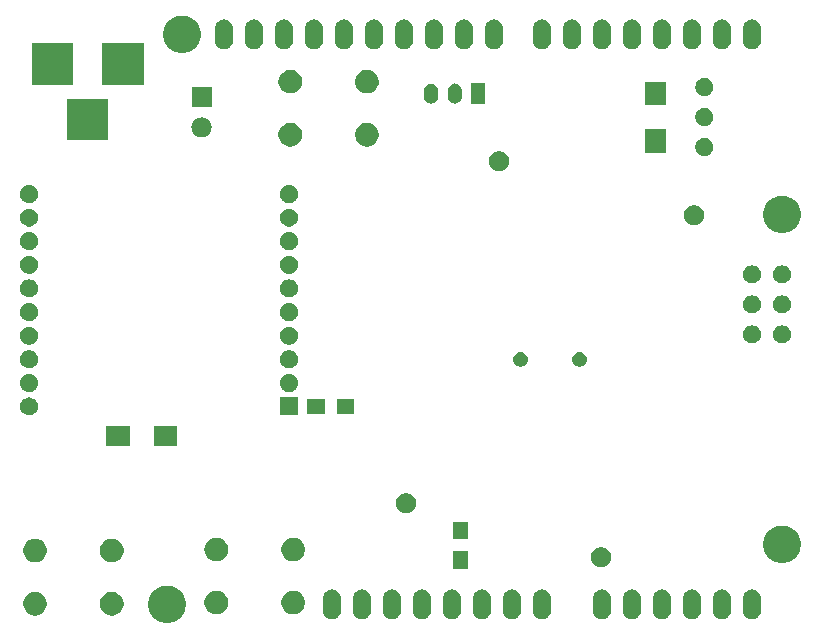
<source format=gbr>
G04 #@! TF.GenerationSoftware,KiCad,Pcbnew,5.0.1*
G04 #@! TF.CreationDate,2019-02-15T13:26:15-06:00*
G04 #@! TF.ProjectId,tomato_timer,746F6D61746F5F74696D65722E6B6963,rev?*
G04 #@! TF.SameCoordinates,Original*
G04 #@! TF.FileFunction,Soldermask,Bot*
G04 #@! TF.FilePolarity,Negative*
%FSLAX46Y46*%
G04 Gerber Fmt 4.6, Leading zero omitted, Abs format (unit mm)*
G04 Created by KiCad (PCBNEW 5.0.1) date Fri 15 Feb 2019 01:26:15 PM CST*
%MOMM*%
%LPD*%
G01*
G04 APERTURE LIST*
%ADD10C,0.100000*%
G04 APERTURE END LIST*
D10*
G36*
X163033054Y-110233506D02*
X163033056Y-110233507D01*
X163033057Y-110233507D01*
X163139777Y-110277712D01*
X163321964Y-110353176D01*
X163581975Y-110526910D01*
X163803090Y-110748025D01*
X163976824Y-111008036D01*
X164096494Y-111296946D01*
X164157500Y-111603643D01*
X164157500Y-111916357D01*
X164106316Y-112173678D01*
X164096493Y-112223057D01*
X164062375Y-112305426D01*
X163976824Y-112511964D01*
X163803090Y-112771975D01*
X163581975Y-112993090D01*
X163321964Y-113166824D01*
X163139777Y-113242288D01*
X163033057Y-113286493D01*
X163033056Y-113286493D01*
X163033054Y-113286494D01*
X162726357Y-113347500D01*
X162413643Y-113347500D01*
X162106946Y-113286494D01*
X162106944Y-113286493D01*
X162106943Y-113286493D01*
X162000223Y-113242288D01*
X161818036Y-113166824D01*
X161558025Y-112993090D01*
X161336910Y-112771975D01*
X161163176Y-112511964D01*
X161077625Y-112305426D01*
X161043507Y-112223057D01*
X161033685Y-112173678D01*
X160982500Y-111916357D01*
X160982500Y-111603643D01*
X161043506Y-111296946D01*
X161163176Y-111008036D01*
X161336910Y-110748025D01*
X161558025Y-110526910D01*
X161818036Y-110353176D01*
X162000223Y-110277712D01*
X162106943Y-110233507D01*
X162106944Y-110233507D01*
X162106946Y-110233506D01*
X162413643Y-110172500D01*
X162726357Y-110172500D01*
X163033054Y-110233506D01*
X163033054Y-110233506D01*
G37*
G36*
X212249377Y-110501026D02*
X212334698Y-110526908D01*
X212393015Y-110544598D01*
X212459202Y-110579976D01*
X212525391Y-110615355D01*
X212641422Y-110710578D01*
X212641423Y-110710580D01*
X212641425Y-110710581D01*
X212698556Y-110780196D01*
X212736645Y-110826608D01*
X212781594Y-110910701D01*
X212807402Y-110958984D01*
X212821926Y-111006864D01*
X212850974Y-111102622D01*
X212862000Y-111214574D01*
X212862000Y-112305426D01*
X212850974Y-112417378D01*
X212832963Y-112476751D01*
X212807402Y-112561016D01*
X212807105Y-112561571D01*
X212736645Y-112693392D01*
X212641422Y-112809422D01*
X212525392Y-112904645D01*
X212441299Y-112949594D01*
X212393016Y-112975402D01*
X212345136Y-112989926D01*
X212249378Y-113018974D01*
X212100000Y-113033686D01*
X211950623Y-113018974D01*
X211854865Y-112989926D01*
X211806985Y-112975402D01*
X211758702Y-112949594D01*
X211674609Y-112904645D01*
X211558579Y-112809422D01*
X211463356Y-112693392D01*
X211392896Y-112561571D01*
X211392599Y-112561016D01*
X211367038Y-112476751D01*
X211349027Y-112417378D01*
X211338001Y-112305426D01*
X211338000Y-111214575D01*
X211349026Y-111102623D01*
X211391521Y-110962537D01*
X211392598Y-110958985D01*
X211427977Y-110892797D01*
X211463355Y-110826609D01*
X211558578Y-110710578D01*
X211558580Y-110710577D01*
X211558581Y-110710575D01*
X211674606Y-110615357D01*
X211674608Y-110615355D01*
X211758701Y-110570406D01*
X211806984Y-110544598D01*
X211865301Y-110526908D01*
X211950622Y-110501026D01*
X212100000Y-110486314D01*
X212249377Y-110501026D01*
X212249377Y-110501026D01*
G37*
G36*
X179229377Y-110501026D02*
X179314698Y-110526908D01*
X179373015Y-110544598D01*
X179439203Y-110579977D01*
X179505391Y-110615355D01*
X179621422Y-110710578D01*
X179621423Y-110710580D01*
X179621425Y-110710581D01*
X179678556Y-110780196D01*
X179716645Y-110826608D01*
X179761594Y-110910701D01*
X179787402Y-110958984D01*
X179801926Y-111006864D01*
X179830974Y-111102622D01*
X179842000Y-111214574D01*
X179842000Y-112305426D01*
X179830974Y-112417378D01*
X179812963Y-112476751D01*
X179787402Y-112561016D01*
X179787105Y-112561571D01*
X179716645Y-112693392D01*
X179621422Y-112809422D01*
X179505392Y-112904645D01*
X179421299Y-112949594D01*
X179373016Y-112975402D01*
X179325136Y-112989926D01*
X179229378Y-113018974D01*
X179080000Y-113033686D01*
X178930623Y-113018974D01*
X178834865Y-112989926D01*
X178786985Y-112975402D01*
X178738702Y-112949594D01*
X178654609Y-112904645D01*
X178538579Y-112809422D01*
X178443356Y-112693392D01*
X178372896Y-112561571D01*
X178372599Y-112561016D01*
X178347038Y-112476751D01*
X178329027Y-112417378D01*
X178318001Y-112305426D01*
X178318000Y-111214575D01*
X178329026Y-111102623D01*
X178371521Y-110962537D01*
X178372598Y-110958985D01*
X178407976Y-110892798D01*
X178443355Y-110826609D01*
X178538578Y-110710578D01*
X178538580Y-110710577D01*
X178538581Y-110710575D01*
X178654606Y-110615357D01*
X178654608Y-110615355D01*
X178738701Y-110570406D01*
X178786984Y-110544598D01*
X178845301Y-110526908D01*
X178930622Y-110501026D01*
X179080000Y-110486314D01*
X179229377Y-110501026D01*
X179229377Y-110501026D01*
G37*
G36*
X186849377Y-110501026D02*
X186934698Y-110526908D01*
X186993015Y-110544598D01*
X187059203Y-110579977D01*
X187125391Y-110615355D01*
X187241422Y-110710578D01*
X187241423Y-110710580D01*
X187241425Y-110710581D01*
X187298556Y-110780196D01*
X187336645Y-110826608D01*
X187381594Y-110910701D01*
X187407402Y-110958984D01*
X187421926Y-111006864D01*
X187450974Y-111102622D01*
X187462000Y-111214574D01*
X187462000Y-112305426D01*
X187450974Y-112417378D01*
X187432963Y-112476751D01*
X187407402Y-112561016D01*
X187407105Y-112561571D01*
X187336645Y-112693392D01*
X187241422Y-112809422D01*
X187125392Y-112904645D01*
X187041299Y-112949594D01*
X186993016Y-112975402D01*
X186945136Y-112989926D01*
X186849378Y-113018974D01*
X186700000Y-113033686D01*
X186550623Y-113018974D01*
X186454865Y-112989926D01*
X186406985Y-112975402D01*
X186358702Y-112949594D01*
X186274609Y-112904645D01*
X186158579Y-112809422D01*
X186063356Y-112693392D01*
X185992896Y-112561571D01*
X185992599Y-112561016D01*
X185967038Y-112476751D01*
X185949027Y-112417378D01*
X185938001Y-112305426D01*
X185938000Y-111214575D01*
X185949026Y-111102623D01*
X185991521Y-110962537D01*
X185992598Y-110958985D01*
X186027976Y-110892798D01*
X186063355Y-110826609D01*
X186158578Y-110710578D01*
X186158580Y-110710577D01*
X186158581Y-110710575D01*
X186274606Y-110615357D01*
X186274608Y-110615355D01*
X186358701Y-110570406D01*
X186406984Y-110544598D01*
X186465301Y-110526908D01*
X186550622Y-110501026D01*
X186700000Y-110486314D01*
X186849377Y-110501026D01*
X186849377Y-110501026D01*
G37*
G36*
X181769377Y-110501026D02*
X181854698Y-110526908D01*
X181913015Y-110544598D01*
X181979203Y-110579977D01*
X182045391Y-110615355D01*
X182161422Y-110710578D01*
X182161423Y-110710580D01*
X182161425Y-110710581D01*
X182218556Y-110780196D01*
X182256645Y-110826608D01*
X182301594Y-110910701D01*
X182327402Y-110958984D01*
X182341926Y-111006864D01*
X182370974Y-111102622D01*
X182382000Y-111214574D01*
X182382000Y-112305426D01*
X182370974Y-112417378D01*
X182352963Y-112476751D01*
X182327402Y-112561016D01*
X182327105Y-112561571D01*
X182256645Y-112693392D01*
X182161422Y-112809422D01*
X182045392Y-112904645D01*
X181961299Y-112949594D01*
X181913016Y-112975402D01*
X181865136Y-112989926D01*
X181769378Y-113018974D01*
X181620000Y-113033686D01*
X181470623Y-113018974D01*
X181374865Y-112989926D01*
X181326985Y-112975402D01*
X181278702Y-112949594D01*
X181194609Y-112904645D01*
X181078579Y-112809422D01*
X180983356Y-112693392D01*
X180912896Y-112561571D01*
X180912599Y-112561016D01*
X180887038Y-112476751D01*
X180869027Y-112417378D01*
X180858001Y-112305426D01*
X180858000Y-111214575D01*
X180869026Y-111102623D01*
X180911521Y-110962537D01*
X180912598Y-110958985D01*
X180947976Y-110892798D01*
X180983355Y-110826609D01*
X181078578Y-110710578D01*
X181078580Y-110710577D01*
X181078581Y-110710575D01*
X181194606Y-110615357D01*
X181194608Y-110615355D01*
X181278701Y-110570406D01*
X181326984Y-110544598D01*
X181385301Y-110526908D01*
X181470622Y-110501026D01*
X181620000Y-110486314D01*
X181769377Y-110501026D01*
X181769377Y-110501026D01*
G37*
G36*
X184309377Y-110501026D02*
X184394698Y-110526908D01*
X184453015Y-110544598D01*
X184519203Y-110579977D01*
X184585391Y-110615355D01*
X184701422Y-110710578D01*
X184701423Y-110710580D01*
X184701425Y-110710581D01*
X184758556Y-110780196D01*
X184796645Y-110826608D01*
X184841594Y-110910701D01*
X184867402Y-110958984D01*
X184881926Y-111006864D01*
X184910974Y-111102622D01*
X184922000Y-111214574D01*
X184922000Y-112305426D01*
X184910974Y-112417378D01*
X184892963Y-112476751D01*
X184867402Y-112561016D01*
X184867105Y-112561571D01*
X184796645Y-112693392D01*
X184701422Y-112809422D01*
X184585392Y-112904645D01*
X184501299Y-112949594D01*
X184453016Y-112975402D01*
X184405136Y-112989926D01*
X184309378Y-113018974D01*
X184160000Y-113033686D01*
X184010623Y-113018974D01*
X183914865Y-112989926D01*
X183866985Y-112975402D01*
X183818702Y-112949594D01*
X183734609Y-112904645D01*
X183618579Y-112809422D01*
X183523356Y-112693392D01*
X183452896Y-112561571D01*
X183452599Y-112561016D01*
X183427038Y-112476751D01*
X183409027Y-112417378D01*
X183398001Y-112305426D01*
X183398000Y-111214575D01*
X183409026Y-111102623D01*
X183451521Y-110962537D01*
X183452598Y-110958985D01*
X183487976Y-110892798D01*
X183523355Y-110826609D01*
X183618578Y-110710578D01*
X183618580Y-110710577D01*
X183618581Y-110710575D01*
X183734606Y-110615357D01*
X183734608Y-110615355D01*
X183818701Y-110570406D01*
X183866984Y-110544598D01*
X183925301Y-110526908D01*
X184010622Y-110501026D01*
X184160000Y-110486314D01*
X184309377Y-110501026D01*
X184309377Y-110501026D01*
G37*
G36*
X189389377Y-110501026D02*
X189474698Y-110526908D01*
X189533015Y-110544598D01*
X189599203Y-110579977D01*
X189665391Y-110615355D01*
X189781422Y-110710578D01*
X189781423Y-110710580D01*
X189781425Y-110710581D01*
X189838556Y-110780196D01*
X189876645Y-110826608D01*
X189921594Y-110910701D01*
X189947402Y-110958984D01*
X189961926Y-111006864D01*
X189990974Y-111102622D01*
X190002000Y-111214574D01*
X190002000Y-112305426D01*
X189990974Y-112417378D01*
X189972963Y-112476751D01*
X189947402Y-112561016D01*
X189947105Y-112561571D01*
X189876645Y-112693392D01*
X189781422Y-112809422D01*
X189665392Y-112904645D01*
X189581299Y-112949594D01*
X189533016Y-112975402D01*
X189485136Y-112989926D01*
X189389378Y-113018974D01*
X189240000Y-113033686D01*
X189090623Y-113018974D01*
X188994865Y-112989926D01*
X188946985Y-112975402D01*
X188898702Y-112949594D01*
X188814609Y-112904645D01*
X188698579Y-112809422D01*
X188603356Y-112693392D01*
X188532896Y-112561571D01*
X188532599Y-112561016D01*
X188507038Y-112476751D01*
X188489027Y-112417378D01*
X188478001Y-112305426D01*
X188478000Y-111214575D01*
X188489026Y-111102623D01*
X188531521Y-110962537D01*
X188532598Y-110958985D01*
X188567976Y-110892798D01*
X188603355Y-110826609D01*
X188698578Y-110710578D01*
X188698580Y-110710577D01*
X188698581Y-110710575D01*
X188814606Y-110615357D01*
X188814608Y-110615355D01*
X188898701Y-110570406D01*
X188946984Y-110544598D01*
X189005301Y-110526908D01*
X189090622Y-110501026D01*
X189240000Y-110486314D01*
X189389377Y-110501026D01*
X189389377Y-110501026D01*
G37*
G36*
X191929377Y-110501026D02*
X192014698Y-110526908D01*
X192073015Y-110544598D01*
X192139203Y-110579977D01*
X192205391Y-110615355D01*
X192321422Y-110710578D01*
X192321423Y-110710580D01*
X192321425Y-110710581D01*
X192378556Y-110780196D01*
X192416645Y-110826608D01*
X192461594Y-110910701D01*
X192487402Y-110958984D01*
X192501926Y-111006864D01*
X192530974Y-111102622D01*
X192542000Y-111214574D01*
X192542000Y-112305426D01*
X192530974Y-112417378D01*
X192512963Y-112476751D01*
X192487402Y-112561016D01*
X192487105Y-112561571D01*
X192416645Y-112693392D01*
X192321422Y-112809422D01*
X192205392Y-112904645D01*
X192121299Y-112949594D01*
X192073016Y-112975402D01*
X192025136Y-112989926D01*
X191929378Y-113018974D01*
X191780000Y-113033686D01*
X191630623Y-113018974D01*
X191534865Y-112989926D01*
X191486985Y-112975402D01*
X191438702Y-112949594D01*
X191354609Y-112904645D01*
X191238579Y-112809422D01*
X191143356Y-112693392D01*
X191072896Y-112561571D01*
X191072599Y-112561016D01*
X191047038Y-112476751D01*
X191029027Y-112417378D01*
X191018001Y-112305426D01*
X191018000Y-111214575D01*
X191029026Y-111102623D01*
X191071521Y-110962537D01*
X191072598Y-110958985D01*
X191107976Y-110892798D01*
X191143355Y-110826609D01*
X191238578Y-110710578D01*
X191238580Y-110710577D01*
X191238581Y-110710575D01*
X191354606Y-110615357D01*
X191354608Y-110615355D01*
X191438701Y-110570406D01*
X191486984Y-110544598D01*
X191545301Y-110526908D01*
X191630622Y-110501026D01*
X191780000Y-110486314D01*
X191929377Y-110501026D01*
X191929377Y-110501026D01*
G37*
G36*
X204629377Y-110501026D02*
X204714698Y-110526908D01*
X204773015Y-110544598D01*
X204839203Y-110579977D01*
X204905391Y-110615355D01*
X205021422Y-110710578D01*
X205021423Y-110710580D01*
X205021425Y-110710581D01*
X205078556Y-110780196D01*
X205116645Y-110826608D01*
X205161594Y-110910701D01*
X205187402Y-110958984D01*
X205201926Y-111006864D01*
X205230974Y-111102622D01*
X205242000Y-111214574D01*
X205242000Y-112305426D01*
X205230974Y-112417378D01*
X205212963Y-112476751D01*
X205187402Y-112561016D01*
X205187105Y-112561571D01*
X205116645Y-112693392D01*
X205021422Y-112809422D01*
X204905392Y-112904645D01*
X204821299Y-112949594D01*
X204773016Y-112975402D01*
X204725136Y-112989926D01*
X204629378Y-113018974D01*
X204480000Y-113033686D01*
X204330623Y-113018974D01*
X204234865Y-112989926D01*
X204186985Y-112975402D01*
X204138702Y-112949594D01*
X204054609Y-112904645D01*
X203938579Y-112809422D01*
X203843356Y-112693392D01*
X203772896Y-112561571D01*
X203772599Y-112561016D01*
X203747038Y-112476751D01*
X203729027Y-112417378D01*
X203718001Y-112305426D01*
X203718000Y-111214575D01*
X203729026Y-111102623D01*
X203771521Y-110962537D01*
X203772598Y-110958985D01*
X203807976Y-110892798D01*
X203843355Y-110826609D01*
X203938578Y-110710578D01*
X203938580Y-110710577D01*
X203938581Y-110710575D01*
X204054606Y-110615357D01*
X204054608Y-110615355D01*
X204138701Y-110570406D01*
X204186984Y-110544598D01*
X204245301Y-110526908D01*
X204330622Y-110501026D01*
X204480000Y-110486314D01*
X204629377Y-110501026D01*
X204629377Y-110501026D01*
G37*
G36*
X194469377Y-110501026D02*
X194554698Y-110526908D01*
X194613015Y-110544598D01*
X194679203Y-110579977D01*
X194745391Y-110615355D01*
X194861422Y-110710578D01*
X194861423Y-110710580D01*
X194861425Y-110710581D01*
X194918556Y-110780196D01*
X194956645Y-110826608D01*
X195001594Y-110910701D01*
X195027402Y-110958984D01*
X195041926Y-111006864D01*
X195070974Y-111102622D01*
X195082000Y-111214574D01*
X195082000Y-112305426D01*
X195070974Y-112417378D01*
X195052963Y-112476751D01*
X195027402Y-112561016D01*
X195027105Y-112561571D01*
X194956645Y-112693392D01*
X194861422Y-112809422D01*
X194745392Y-112904645D01*
X194661299Y-112949594D01*
X194613016Y-112975402D01*
X194565136Y-112989926D01*
X194469378Y-113018974D01*
X194320000Y-113033686D01*
X194170623Y-113018974D01*
X194074865Y-112989926D01*
X194026985Y-112975402D01*
X193978702Y-112949594D01*
X193894609Y-112904645D01*
X193778579Y-112809422D01*
X193683356Y-112693392D01*
X193612896Y-112561571D01*
X193612599Y-112561016D01*
X193587038Y-112476751D01*
X193569027Y-112417378D01*
X193558001Y-112305426D01*
X193558000Y-111214575D01*
X193569026Y-111102623D01*
X193611521Y-110962537D01*
X193612598Y-110958985D01*
X193647976Y-110892798D01*
X193683355Y-110826609D01*
X193778578Y-110710578D01*
X193778580Y-110710577D01*
X193778581Y-110710575D01*
X193894606Y-110615357D01*
X193894608Y-110615355D01*
X193978701Y-110570406D01*
X194026984Y-110544598D01*
X194085301Y-110526908D01*
X194170622Y-110501026D01*
X194320000Y-110486314D01*
X194469377Y-110501026D01*
X194469377Y-110501026D01*
G37*
G36*
X176689377Y-110501026D02*
X176774698Y-110526908D01*
X176833015Y-110544598D01*
X176899203Y-110579977D01*
X176965391Y-110615355D01*
X177081422Y-110710578D01*
X177081423Y-110710580D01*
X177081425Y-110710581D01*
X177138556Y-110780196D01*
X177176645Y-110826608D01*
X177221594Y-110910701D01*
X177247402Y-110958984D01*
X177261926Y-111006864D01*
X177290974Y-111102622D01*
X177302000Y-111214574D01*
X177302000Y-112305426D01*
X177290974Y-112417378D01*
X177272963Y-112476751D01*
X177247402Y-112561016D01*
X177247105Y-112561571D01*
X177176645Y-112693392D01*
X177081422Y-112809422D01*
X176965392Y-112904645D01*
X176881299Y-112949594D01*
X176833016Y-112975402D01*
X176785136Y-112989926D01*
X176689378Y-113018974D01*
X176540000Y-113033686D01*
X176390623Y-113018974D01*
X176294865Y-112989926D01*
X176246985Y-112975402D01*
X176198702Y-112949594D01*
X176114609Y-112904645D01*
X175998579Y-112809422D01*
X175903356Y-112693392D01*
X175832896Y-112561571D01*
X175832599Y-112561016D01*
X175807038Y-112476751D01*
X175789027Y-112417378D01*
X175778001Y-112305426D01*
X175778000Y-111214575D01*
X175789026Y-111102623D01*
X175831521Y-110962537D01*
X175832598Y-110958985D01*
X175867976Y-110892798D01*
X175903355Y-110826609D01*
X175998578Y-110710578D01*
X175998580Y-110710577D01*
X175998581Y-110710575D01*
X176114606Y-110615357D01*
X176114608Y-110615355D01*
X176198701Y-110570406D01*
X176246984Y-110544598D01*
X176305301Y-110526908D01*
X176390622Y-110501026D01*
X176540000Y-110486314D01*
X176689377Y-110501026D01*
X176689377Y-110501026D01*
G37*
G36*
X209709377Y-110501026D02*
X209794698Y-110526908D01*
X209853015Y-110544598D01*
X209919203Y-110579977D01*
X209985391Y-110615355D01*
X210101422Y-110710578D01*
X210101423Y-110710580D01*
X210101425Y-110710581D01*
X210158556Y-110780196D01*
X210196645Y-110826608D01*
X210241594Y-110910701D01*
X210267402Y-110958984D01*
X210281926Y-111006864D01*
X210310974Y-111102622D01*
X210322000Y-111214574D01*
X210322000Y-112305426D01*
X210310974Y-112417378D01*
X210292963Y-112476751D01*
X210267402Y-112561016D01*
X210267105Y-112561571D01*
X210196645Y-112693392D01*
X210101422Y-112809422D01*
X209985392Y-112904645D01*
X209901299Y-112949594D01*
X209853016Y-112975402D01*
X209805136Y-112989926D01*
X209709378Y-113018974D01*
X209560000Y-113033686D01*
X209410623Y-113018974D01*
X209314865Y-112989926D01*
X209266985Y-112975402D01*
X209218702Y-112949594D01*
X209134609Y-112904645D01*
X209018579Y-112809422D01*
X208923356Y-112693392D01*
X208852896Y-112561571D01*
X208852599Y-112561016D01*
X208827038Y-112476751D01*
X208809027Y-112417378D01*
X208798001Y-112305426D01*
X208798000Y-111214575D01*
X208809026Y-111102623D01*
X208851521Y-110962537D01*
X208852598Y-110958985D01*
X208887976Y-110892798D01*
X208923355Y-110826609D01*
X209018578Y-110710578D01*
X209018580Y-110710577D01*
X209018581Y-110710575D01*
X209134606Y-110615357D01*
X209134608Y-110615355D01*
X209218701Y-110570406D01*
X209266984Y-110544598D01*
X209325301Y-110526908D01*
X209410622Y-110501026D01*
X209560000Y-110486314D01*
X209709377Y-110501026D01*
X209709377Y-110501026D01*
G37*
G36*
X199549377Y-110501026D02*
X199634698Y-110526908D01*
X199693015Y-110544598D01*
X199759202Y-110579976D01*
X199825391Y-110615355D01*
X199941422Y-110710578D01*
X199941423Y-110710580D01*
X199941425Y-110710581D01*
X199998556Y-110780196D01*
X200036645Y-110826608D01*
X200081594Y-110910701D01*
X200107402Y-110958984D01*
X200121926Y-111006864D01*
X200150974Y-111102622D01*
X200162000Y-111214574D01*
X200162000Y-112305426D01*
X200150974Y-112417378D01*
X200132963Y-112476751D01*
X200107402Y-112561016D01*
X200107105Y-112561571D01*
X200036645Y-112693392D01*
X199941422Y-112809422D01*
X199825392Y-112904645D01*
X199741299Y-112949594D01*
X199693016Y-112975402D01*
X199645136Y-112989926D01*
X199549378Y-113018974D01*
X199400000Y-113033686D01*
X199250623Y-113018974D01*
X199154865Y-112989926D01*
X199106985Y-112975402D01*
X199058702Y-112949594D01*
X198974609Y-112904645D01*
X198858579Y-112809422D01*
X198763356Y-112693392D01*
X198692896Y-112561571D01*
X198692599Y-112561016D01*
X198667038Y-112476751D01*
X198649027Y-112417378D01*
X198638001Y-112305426D01*
X198638000Y-111214575D01*
X198649026Y-111102623D01*
X198691521Y-110962537D01*
X198692598Y-110958985D01*
X198727976Y-110892798D01*
X198763355Y-110826609D01*
X198858578Y-110710578D01*
X198858580Y-110710577D01*
X198858581Y-110710575D01*
X198974606Y-110615357D01*
X198974608Y-110615355D01*
X199058701Y-110570406D01*
X199106984Y-110544598D01*
X199165301Y-110526908D01*
X199250622Y-110501026D01*
X199400000Y-110486314D01*
X199549377Y-110501026D01*
X199549377Y-110501026D01*
G37*
G36*
X202089377Y-110501026D02*
X202174698Y-110526908D01*
X202233015Y-110544598D01*
X202299202Y-110579976D01*
X202365391Y-110615355D01*
X202481422Y-110710578D01*
X202481423Y-110710580D01*
X202481425Y-110710581D01*
X202538556Y-110780196D01*
X202576645Y-110826608D01*
X202621594Y-110910701D01*
X202647402Y-110958984D01*
X202661926Y-111006864D01*
X202690974Y-111102622D01*
X202702000Y-111214574D01*
X202702000Y-112305426D01*
X202690974Y-112417378D01*
X202672963Y-112476751D01*
X202647402Y-112561016D01*
X202647105Y-112561571D01*
X202576645Y-112693392D01*
X202481422Y-112809422D01*
X202365392Y-112904645D01*
X202281299Y-112949594D01*
X202233016Y-112975402D01*
X202185136Y-112989926D01*
X202089378Y-113018974D01*
X201940000Y-113033686D01*
X201790623Y-113018974D01*
X201694865Y-112989926D01*
X201646985Y-112975402D01*
X201598702Y-112949594D01*
X201514609Y-112904645D01*
X201398579Y-112809422D01*
X201303356Y-112693392D01*
X201232896Y-112561571D01*
X201232599Y-112561016D01*
X201207038Y-112476751D01*
X201189027Y-112417378D01*
X201178001Y-112305426D01*
X201178000Y-111214575D01*
X201189026Y-111102623D01*
X201231521Y-110962537D01*
X201232598Y-110958985D01*
X201267976Y-110892798D01*
X201303355Y-110826609D01*
X201398578Y-110710578D01*
X201398580Y-110710577D01*
X201398581Y-110710575D01*
X201514606Y-110615357D01*
X201514608Y-110615355D01*
X201598701Y-110570406D01*
X201646984Y-110544598D01*
X201705301Y-110526908D01*
X201790622Y-110501026D01*
X201940000Y-110486314D01*
X202089377Y-110501026D01*
X202089377Y-110501026D01*
G37*
G36*
X207169377Y-110501026D02*
X207254698Y-110526908D01*
X207313015Y-110544598D01*
X207379203Y-110579977D01*
X207445391Y-110615355D01*
X207561422Y-110710578D01*
X207561423Y-110710580D01*
X207561425Y-110710581D01*
X207618556Y-110780196D01*
X207656645Y-110826608D01*
X207701594Y-110910701D01*
X207727402Y-110958984D01*
X207741926Y-111006864D01*
X207770974Y-111102622D01*
X207782000Y-111214574D01*
X207782000Y-112305426D01*
X207770974Y-112417378D01*
X207752963Y-112476751D01*
X207727402Y-112561016D01*
X207727105Y-112561571D01*
X207656645Y-112693392D01*
X207561422Y-112809422D01*
X207445392Y-112904645D01*
X207361299Y-112949594D01*
X207313016Y-112975402D01*
X207265136Y-112989926D01*
X207169378Y-113018974D01*
X207020000Y-113033686D01*
X206870623Y-113018974D01*
X206774865Y-112989926D01*
X206726985Y-112975402D01*
X206678702Y-112949594D01*
X206594609Y-112904645D01*
X206478579Y-112809422D01*
X206383356Y-112693392D01*
X206312896Y-112561571D01*
X206312599Y-112561016D01*
X206287038Y-112476751D01*
X206269027Y-112417378D01*
X206258001Y-112305426D01*
X206258000Y-111214575D01*
X206269026Y-111102623D01*
X206311521Y-110962537D01*
X206312598Y-110958985D01*
X206347976Y-110892798D01*
X206383355Y-110826609D01*
X206478578Y-110710578D01*
X206478580Y-110710577D01*
X206478581Y-110710575D01*
X206594606Y-110615357D01*
X206594608Y-110615355D01*
X206678701Y-110570406D01*
X206726984Y-110544598D01*
X206785301Y-110526908D01*
X206870622Y-110501026D01*
X207020000Y-110486314D01*
X207169377Y-110501026D01*
X207169377Y-110501026D01*
G37*
G36*
X151571770Y-110715372D02*
X151687689Y-110738429D01*
X151869678Y-110813811D01*
X152033463Y-110923249D01*
X152172751Y-111062537D01*
X152282189Y-111226322D01*
X152357571Y-111408311D01*
X152396000Y-111601509D01*
X152396000Y-111798491D01*
X152357571Y-111991689D01*
X152282189Y-112173678D01*
X152172751Y-112337463D01*
X152033463Y-112476751D01*
X151869678Y-112586189D01*
X151687689Y-112661571D01*
X151571770Y-112684628D01*
X151494493Y-112700000D01*
X151297507Y-112700000D01*
X151220230Y-112684628D01*
X151104311Y-112661571D01*
X150922322Y-112586189D01*
X150758537Y-112476751D01*
X150619249Y-112337463D01*
X150509811Y-112173678D01*
X150434429Y-111991689D01*
X150396000Y-111798491D01*
X150396000Y-111601509D01*
X150434429Y-111408311D01*
X150509811Y-111226322D01*
X150619249Y-111062537D01*
X150758537Y-110923249D01*
X150922322Y-110813811D01*
X151104311Y-110738429D01*
X151220230Y-110715372D01*
X151297507Y-110700000D01*
X151494493Y-110700000D01*
X151571770Y-110715372D01*
X151571770Y-110715372D01*
G37*
G36*
X158071770Y-110715372D02*
X158187689Y-110738429D01*
X158369678Y-110813811D01*
X158533463Y-110923249D01*
X158672751Y-111062537D01*
X158782189Y-111226322D01*
X158857571Y-111408311D01*
X158896000Y-111601509D01*
X158896000Y-111798491D01*
X158857571Y-111991689D01*
X158782189Y-112173678D01*
X158672751Y-112337463D01*
X158533463Y-112476751D01*
X158369678Y-112586189D01*
X158187689Y-112661571D01*
X158071770Y-112684628D01*
X157994493Y-112700000D01*
X157797507Y-112700000D01*
X157720230Y-112684628D01*
X157604311Y-112661571D01*
X157422322Y-112586189D01*
X157258537Y-112476751D01*
X157119249Y-112337463D01*
X157009811Y-112173678D01*
X156934429Y-111991689D01*
X156896000Y-111798491D01*
X156896000Y-111601509D01*
X156934429Y-111408311D01*
X157009811Y-111226322D01*
X157119249Y-111062537D01*
X157258537Y-110923249D01*
X157422322Y-110813811D01*
X157604311Y-110738429D01*
X157720230Y-110715372D01*
X157797507Y-110700000D01*
X157994493Y-110700000D01*
X158071770Y-110715372D01*
X158071770Y-110715372D01*
G37*
G36*
X173421687Y-110615355D02*
X173537689Y-110638429D01*
X173719678Y-110713811D01*
X173883463Y-110823249D01*
X174022751Y-110962537D01*
X174132189Y-111126322D01*
X174207571Y-111308311D01*
X174246000Y-111501509D01*
X174246000Y-111698491D01*
X174207571Y-111891689D01*
X174132189Y-112073678D01*
X174022751Y-112237463D01*
X173883463Y-112376751D01*
X173719678Y-112486189D01*
X173537689Y-112561571D01*
X173421770Y-112584628D01*
X173344493Y-112600000D01*
X173147507Y-112600000D01*
X173070230Y-112584628D01*
X172954311Y-112561571D01*
X172772322Y-112486189D01*
X172608537Y-112376751D01*
X172469249Y-112237463D01*
X172359811Y-112073678D01*
X172284429Y-111891689D01*
X172246000Y-111698491D01*
X172246000Y-111501509D01*
X172284429Y-111308311D01*
X172359811Y-111126322D01*
X172469249Y-110962537D01*
X172608537Y-110823249D01*
X172772322Y-110713811D01*
X172954311Y-110638429D01*
X173070313Y-110615355D01*
X173147507Y-110600000D01*
X173344493Y-110600000D01*
X173421687Y-110615355D01*
X173421687Y-110615355D01*
G37*
G36*
X166921687Y-110615355D02*
X167037689Y-110638429D01*
X167219678Y-110713811D01*
X167383463Y-110823249D01*
X167522751Y-110962537D01*
X167632189Y-111126322D01*
X167707571Y-111308311D01*
X167746000Y-111501509D01*
X167746000Y-111698491D01*
X167707571Y-111891689D01*
X167632189Y-112073678D01*
X167522751Y-112237463D01*
X167383463Y-112376751D01*
X167219678Y-112486189D01*
X167037689Y-112561571D01*
X166921770Y-112584628D01*
X166844493Y-112600000D01*
X166647507Y-112600000D01*
X166570230Y-112584628D01*
X166454311Y-112561571D01*
X166272322Y-112486189D01*
X166108537Y-112376751D01*
X165969249Y-112237463D01*
X165859811Y-112073678D01*
X165784429Y-111891689D01*
X165746000Y-111698491D01*
X165746000Y-111501509D01*
X165784429Y-111308311D01*
X165859811Y-111126322D01*
X165969249Y-110962537D01*
X166108537Y-110823249D01*
X166272322Y-110713811D01*
X166454311Y-110638429D01*
X166570313Y-110615355D01*
X166647507Y-110600000D01*
X166844493Y-110600000D01*
X166921687Y-110615355D01*
X166921687Y-110615355D01*
G37*
G36*
X188055000Y-108750000D02*
X186805000Y-108750000D01*
X186805000Y-107250000D01*
X188055000Y-107250000D01*
X188055000Y-108750000D01*
X188055000Y-108750000D01*
G37*
G36*
X199565934Y-106946664D02*
X199720627Y-107010740D01*
X199859847Y-107103764D01*
X199978236Y-107222153D01*
X200071260Y-107361373D01*
X200135336Y-107516066D01*
X200168000Y-107680281D01*
X200168000Y-107847719D01*
X200135336Y-108011934D01*
X200071260Y-108166627D01*
X199978236Y-108305847D01*
X199859847Y-108424236D01*
X199720627Y-108517260D01*
X199565934Y-108581336D01*
X199401719Y-108614000D01*
X199234281Y-108614000D01*
X199070066Y-108581336D01*
X198915373Y-108517260D01*
X198776153Y-108424236D01*
X198657764Y-108305847D01*
X198564740Y-108166627D01*
X198500664Y-108011934D01*
X198468000Y-107847719D01*
X198468000Y-107680281D01*
X198500664Y-107516066D01*
X198564740Y-107361373D01*
X198657764Y-107222153D01*
X198776153Y-107103764D01*
X198915373Y-107010740D01*
X199070066Y-106946664D01*
X199234281Y-106914000D01*
X199401719Y-106914000D01*
X199565934Y-106946664D01*
X199565934Y-106946664D01*
G37*
G36*
X215103054Y-105153506D02*
X215103056Y-105153507D01*
X215103057Y-105153507D01*
X215209777Y-105197712D01*
X215391964Y-105273176D01*
X215651975Y-105446910D01*
X215873090Y-105668025D01*
X216046824Y-105928036D01*
X216046824Y-105928037D01*
X216165196Y-106213811D01*
X216166494Y-106216946D01*
X216227500Y-106523643D01*
X216227500Y-106836357D01*
X216174310Y-107103762D01*
X216166493Y-107143057D01*
X216133730Y-107222153D01*
X216046824Y-107431964D01*
X215873090Y-107691975D01*
X215651975Y-107913090D01*
X215391964Y-108086824D01*
X215211508Y-108161571D01*
X215103057Y-108206493D01*
X215103056Y-108206493D01*
X215103054Y-108206494D01*
X214796357Y-108267500D01*
X214483643Y-108267500D01*
X214176946Y-108206494D01*
X214176944Y-108206493D01*
X214176943Y-108206493D01*
X214068492Y-108161571D01*
X213888036Y-108086824D01*
X213628025Y-107913090D01*
X213406910Y-107691975D01*
X213233176Y-107431964D01*
X213146270Y-107222153D01*
X213113507Y-107143057D01*
X213105691Y-107103762D01*
X213052500Y-106836357D01*
X213052500Y-106523643D01*
X213113506Y-106216946D01*
X213114805Y-106213811D01*
X213233176Y-105928037D01*
X213233176Y-105928036D01*
X213406910Y-105668025D01*
X213628025Y-105446910D01*
X213888036Y-105273176D01*
X214070223Y-105197712D01*
X214176943Y-105153507D01*
X214176944Y-105153507D01*
X214176946Y-105153506D01*
X214483643Y-105092500D01*
X214796357Y-105092500D01*
X215103054Y-105153506D01*
X215103054Y-105153506D01*
G37*
G36*
X151571770Y-106215372D02*
X151687689Y-106238429D01*
X151869678Y-106313811D01*
X152033463Y-106423249D01*
X152172751Y-106562537D01*
X152282189Y-106726322D01*
X152357571Y-106908311D01*
X152396000Y-107101509D01*
X152396000Y-107298491D01*
X152357571Y-107491689D01*
X152282189Y-107673678D01*
X152172751Y-107837463D01*
X152033463Y-107976751D01*
X151869678Y-108086189D01*
X151687689Y-108161571D01*
X151571770Y-108184628D01*
X151494493Y-108200000D01*
X151297507Y-108200000D01*
X151220230Y-108184628D01*
X151104311Y-108161571D01*
X150922322Y-108086189D01*
X150758537Y-107976751D01*
X150619249Y-107837463D01*
X150509811Y-107673678D01*
X150434429Y-107491689D01*
X150396000Y-107298491D01*
X150396000Y-107101509D01*
X150434429Y-106908311D01*
X150509811Y-106726322D01*
X150619249Y-106562537D01*
X150758537Y-106423249D01*
X150922322Y-106313811D01*
X151104311Y-106238429D01*
X151220230Y-106215372D01*
X151297507Y-106200000D01*
X151494493Y-106200000D01*
X151571770Y-106215372D01*
X151571770Y-106215372D01*
G37*
G36*
X158071770Y-106215372D02*
X158187689Y-106238429D01*
X158369678Y-106313811D01*
X158533463Y-106423249D01*
X158672751Y-106562537D01*
X158782189Y-106726322D01*
X158857571Y-106908311D01*
X158896000Y-107101509D01*
X158896000Y-107298491D01*
X158857571Y-107491689D01*
X158782189Y-107673678D01*
X158672751Y-107837463D01*
X158533463Y-107976751D01*
X158369678Y-108086189D01*
X158187689Y-108161571D01*
X158071770Y-108184628D01*
X157994493Y-108200000D01*
X157797507Y-108200000D01*
X157720230Y-108184628D01*
X157604311Y-108161571D01*
X157422322Y-108086189D01*
X157258537Y-107976751D01*
X157119249Y-107837463D01*
X157009811Y-107673678D01*
X156934429Y-107491689D01*
X156896000Y-107298491D01*
X156896000Y-107101509D01*
X156934429Y-106908311D01*
X157009811Y-106726322D01*
X157119249Y-106562537D01*
X157258537Y-106423249D01*
X157422322Y-106313811D01*
X157604311Y-106238429D01*
X157720230Y-106215372D01*
X157797507Y-106200000D01*
X157994493Y-106200000D01*
X158071770Y-106215372D01*
X158071770Y-106215372D01*
G37*
G36*
X173421770Y-106115372D02*
X173537689Y-106138429D01*
X173719678Y-106213811D01*
X173883463Y-106323249D01*
X174022751Y-106462537D01*
X174132189Y-106626322D01*
X174207571Y-106808311D01*
X174227462Y-106908311D01*
X174246000Y-107001507D01*
X174246000Y-107198493D01*
X174241293Y-107222156D01*
X174207571Y-107391689D01*
X174132189Y-107573678D01*
X174022751Y-107737463D01*
X173883463Y-107876751D01*
X173719678Y-107986189D01*
X173537689Y-108061571D01*
X173421770Y-108084628D01*
X173344493Y-108100000D01*
X173147507Y-108100000D01*
X173070230Y-108084628D01*
X172954311Y-108061571D01*
X172772322Y-107986189D01*
X172608537Y-107876751D01*
X172469249Y-107737463D01*
X172359811Y-107573678D01*
X172284429Y-107391689D01*
X172250707Y-107222156D01*
X172246000Y-107198493D01*
X172246000Y-107001507D01*
X172264538Y-106908311D01*
X172284429Y-106808311D01*
X172359811Y-106626322D01*
X172469249Y-106462537D01*
X172608537Y-106323249D01*
X172772322Y-106213811D01*
X172954311Y-106138429D01*
X173070230Y-106115372D01*
X173147507Y-106100000D01*
X173344493Y-106100000D01*
X173421770Y-106115372D01*
X173421770Y-106115372D01*
G37*
G36*
X166921770Y-106115372D02*
X167037689Y-106138429D01*
X167219678Y-106213811D01*
X167383463Y-106323249D01*
X167522751Y-106462537D01*
X167632189Y-106626322D01*
X167707571Y-106808311D01*
X167727462Y-106908311D01*
X167746000Y-107001507D01*
X167746000Y-107198493D01*
X167741293Y-107222156D01*
X167707571Y-107391689D01*
X167632189Y-107573678D01*
X167522751Y-107737463D01*
X167383463Y-107876751D01*
X167219678Y-107986189D01*
X167037689Y-108061571D01*
X166921770Y-108084628D01*
X166844493Y-108100000D01*
X166647507Y-108100000D01*
X166570230Y-108084628D01*
X166454311Y-108061571D01*
X166272322Y-107986189D01*
X166108537Y-107876751D01*
X165969249Y-107737463D01*
X165859811Y-107573678D01*
X165784429Y-107391689D01*
X165750707Y-107222156D01*
X165746000Y-107198493D01*
X165746000Y-107001507D01*
X165764538Y-106908311D01*
X165784429Y-106808311D01*
X165859811Y-106626322D01*
X165969249Y-106462537D01*
X166108537Y-106323249D01*
X166272322Y-106213811D01*
X166454311Y-106138429D01*
X166570230Y-106115372D01*
X166647507Y-106100000D01*
X166844493Y-106100000D01*
X166921770Y-106115372D01*
X166921770Y-106115372D01*
G37*
G36*
X188055000Y-106250000D02*
X186805000Y-106250000D01*
X186805000Y-104750000D01*
X188055000Y-104750000D01*
X188055000Y-106250000D01*
X188055000Y-106250000D01*
G37*
G36*
X183055934Y-102374664D02*
X183210627Y-102438740D01*
X183349847Y-102531764D01*
X183468236Y-102650153D01*
X183561260Y-102789373D01*
X183625336Y-102944066D01*
X183658000Y-103108281D01*
X183658000Y-103275719D01*
X183625336Y-103439934D01*
X183561260Y-103594627D01*
X183468236Y-103733847D01*
X183349847Y-103852236D01*
X183210627Y-103945260D01*
X183055934Y-104009336D01*
X182891719Y-104042000D01*
X182724281Y-104042000D01*
X182560066Y-104009336D01*
X182405373Y-103945260D01*
X182266153Y-103852236D01*
X182147764Y-103733847D01*
X182054740Y-103594627D01*
X181990664Y-103439934D01*
X181958000Y-103275719D01*
X181958000Y-103108281D01*
X181990664Y-102944066D01*
X182054740Y-102789373D01*
X182147764Y-102650153D01*
X182266153Y-102531764D01*
X182405373Y-102438740D01*
X182560066Y-102374664D01*
X182724281Y-102342000D01*
X182891719Y-102342000D01*
X183055934Y-102374664D01*
X183055934Y-102374664D01*
G37*
G36*
X163430000Y-98350000D02*
X161430000Y-98350000D01*
X161430000Y-96650000D01*
X163430000Y-96650000D01*
X163430000Y-98350000D01*
X163430000Y-98350000D01*
G37*
G36*
X159430000Y-98350000D02*
X157430000Y-98350000D01*
X157430000Y-96650000D01*
X159430000Y-96650000D01*
X159430000Y-98350000D01*
X159430000Y-98350000D01*
G37*
G36*
X151073195Y-94257522D02*
X151122267Y-94267283D01*
X151260942Y-94324724D01*
X151385750Y-94408118D01*
X151491882Y-94514250D01*
X151575276Y-94639058D01*
X151632717Y-94777734D01*
X151662000Y-94924948D01*
X151662000Y-95075052D01*
X151632717Y-95222266D01*
X151575276Y-95360942D01*
X151491882Y-95485750D01*
X151385750Y-95591882D01*
X151385747Y-95591884D01*
X151260942Y-95675276D01*
X151122267Y-95732717D01*
X151073195Y-95742478D01*
X150975052Y-95762000D01*
X150824948Y-95762000D01*
X150726805Y-95742478D01*
X150677733Y-95732717D01*
X150539058Y-95675276D01*
X150414253Y-95591884D01*
X150414250Y-95591882D01*
X150308118Y-95485750D01*
X150224724Y-95360942D01*
X150167283Y-95222266D01*
X150138000Y-95075052D01*
X150138000Y-94924948D01*
X150167283Y-94777734D01*
X150224724Y-94639058D01*
X150308118Y-94514250D01*
X150414250Y-94408118D01*
X150539058Y-94324724D01*
X150677733Y-94267283D01*
X150726805Y-94257522D01*
X150824948Y-94238000D01*
X150975052Y-94238000D01*
X151073195Y-94257522D01*
X151073195Y-94257522D01*
G37*
G36*
X173662000Y-95762000D02*
X172138000Y-95762000D01*
X172138000Y-94238000D01*
X173662000Y-94238000D01*
X173662000Y-95762000D01*
X173662000Y-95762000D01*
G37*
G36*
X175930000Y-95625000D02*
X174430000Y-95625000D01*
X174430000Y-94375000D01*
X175930000Y-94375000D01*
X175930000Y-95625000D01*
X175930000Y-95625000D01*
G37*
G36*
X178430000Y-95625000D02*
X176930000Y-95625000D01*
X176930000Y-94375000D01*
X178430000Y-94375000D01*
X178430000Y-95625000D01*
X178430000Y-95625000D01*
G37*
G36*
X151073195Y-92257522D02*
X151122267Y-92267283D01*
X151260942Y-92324724D01*
X151385750Y-92408118D01*
X151491882Y-92514250D01*
X151575276Y-92639058D01*
X151632717Y-92777734D01*
X151662000Y-92924948D01*
X151662000Y-93075052D01*
X151632717Y-93222266D01*
X151575276Y-93360942D01*
X151491882Y-93485750D01*
X151385750Y-93591882D01*
X151385747Y-93591884D01*
X151260942Y-93675276D01*
X151122267Y-93732717D01*
X151073195Y-93742478D01*
X150975052Y-93762000D01*
X150824948Y-93762000D01*
X150726805Y-93742478D01*
X150677733Y-93732717D01*
X150539058Y-93675276D01*
X150414253Y-93591884D01*
X150414250Y-93591882D01*
X150308118Y-93485750D01*
X150224724Y-93360942D01*
X150167283Y-93222266D01*
X150138000Y-93075052D01*
X150138000Y-92924948D01*
X150167283Y-92777734D01*
X150224724Y-92639058D01*
X150308118Y-92514250D01*
X150414250Y-92408118D01*
X150539058Y-92324724D01*
X150677733Y-92267283D01*
X150726805Y-92257522D01*
X150824948Y-92238000D01*
X150975052Y-92238000D01*
X151073195Y-92257522D01*
X151073195Y-92257522D01*
G37*
G36*
X173073195Y-92257522D02*
X173122267Y-92267283D01*
X173260942Y-92324724D01*
X173385750Y-92408118D01*
X173491882Y-92514250D01*
X173575276Y-92639058D01*
X173632717Y-92777734D01*
X173662000Y-92924948D01*
X173662000Y-93075052D01*
X173632717Y-93222266D01*
X173575276Y-93360942D01*
X173491882Y-93485750D01*
X173385750Y-93591882D01*
X173385747Y-93591884D01*
X173260942Y-93675276D01*
X173122267Y-93732717D01*
X173073195Y-93742478D01*
X172975052Y-93762000D01*
X172824948Y-93762000D01*
X172726805Y-93742478D01*
X172677733Y-93732717D01*
X172539058Y-93675276D01*
X172414253Y-93591884D01*
X172414250Y-93591882D01*
X172308118Y-93485750D01*
X172224724Y-93360942D01*
X172167283Y-93222266D01*
X172138000Y-93075052D01*
X172138000Y-92924948D01*
X172167283Y-92777734D01*
X172224724Y-92639058D01*
X172308118Y-92514250D01*
X172414250Y-92408118D01*
X172539058Y-92324724D01*
X172677733Y-92267283D01*
X172726805Y-92257522D01*
X172824948Y-92238000D01*
X172975052Y-92238000D01*
X173073195Y-92257522D01*
X173073195Y-92257522D01*
G37*
G36*
X173073195Y-90257522D02*
X173122267Y-90267283D01*
X173260942Y-90324724D01*
X173385750Y-90408118D01*
X173491882Y-90514250D01*
X173491884Y-90514253D01*
X173575276Y-90639058D01*
X173632717Y-90777733D01*
X173662000Y-90924950D01*
X173662000Y-91075050D01*
X173632717Y-91222267D01*
X173575276Y-91360942D01*
X173491882Y-91485750D01*
X173385750Y-91591882D01*
X173385747Y-91591884D01*
X173260942Y-91675276D01*
X173122267Y-91732717D01*
X173073195Y-91742478D01*
X172975052Y-91762000D01*
X172824948Y-91762000D01*
X172726805Y-91742478D01*
X172677733Y-91732717D01*
X172539058Y-91675276D01*
X172414253Y-91591884D01*
X172414250Y-91591882D01*
X172308118Y-91485750D01*
X172224724Y-91360942D01*
X172167283Y-91222267D01*
X172138000Y-91075050D01*
X172138000Y-90924950D01*
X172167283Y-90777733D01*
X172224724Y-90639058D01*
X172308116Y-90514253D01*
X172308118Y-90514250D01*
X172414250Y-90408118D01*
X172539058Y-90324724D01*
X172677733Y-90267283D01*
X172726805Y-90257522D01*
X172824948Y-90238000D01*
X172975052Y-90238000D01*
X173073195Y-90257522D01*
X173073195Y-90257522D01*
G37*
G36*
X151073195Y-90257522D02*
X151122267Y-90267283D01*
X151260942Y-90324724D01*
X151385750Y-90408118D01*
X151491882Y-90514250D01*
X151491884Y-90514253D01*
X151575276Y-90639058D01*
X151632717Y-90777733D01*
X151662000Y-90924950D01*
X151662000Y-91075050D01*
X151632717Y-91222267D01*
X151575276Y-91360942D01*
X151491882Y-91485750D01*
X151385750Y-91591882D01*
X151385747Y-91591884D01*
X151260942Y-91675276D01*
X151122267Y-91732717D01*
X151073195Y-91742478D01*
X150975052Y-91762000D01*
X150824948Y-91762000D01*
X150726805Y-91742478D01*
X150677733Y-91732717D01*
X150539058Y-91675276D01*
X150414253Y-91591884D01*
X150414250Y-91591882D01*
X150308118Y-91485750D01*
X150224724Y-91360942D01*
X150167283Y-91222267D01*
X150138000Y-91075050D01*
X150138000Y-90924950D01*
X150167283Y-90777733D01*
X150224724Y-90639058D01*
X150308116Y-90514253D01*
X150308118Y-90514250D01*
X150414250Y-90408118D01*
X150539058Y-90324724D01*
X150677733Y-90267283D01*
X150726805Y-90257522D01*
X150824948Y-90238000D01*
X150975052Y-90238000D01*
X151073195Y-90257522D01*
X151073195Y-90257522D01*
G37*
G36*
X192682303Y-90399018D02*
X192682305Y-90399019D01*
X192682306Y-90399019D01*
X192796048Y-90446132D01*
X192796049Y-90446133D01*
X192898417Y-90514533D01*
X192985467Y-90601583D01*
X192985469Y-90601586D01*
X193053868Y-90703952D01*
X193100981Y-90817694D01*
X193125000Y-90938443D01*
X193125000Y-91061557D01*
X193100981Y-91182306D01*
X193053868Y-91296048D01*
X193053867Y-91296049D01*
X192985467Y-91398417D01*
X192898417Y-91485467D01*
X192898414Y-91485469D01*
X192796048Y-91553868D01*
X192682306Y-91600981D01*
X192682305Y-91600981D01*
X192682303Y-91600982D01*
X192561559Y-91625000D01*
X192438441Y-91625000D01*
X192317697Y-91600982D01*
X192317695Y-91600981D01*
X192317694Y-91600981D01*
X192203952Y-91553868D01*
X192101586Y-91485469D01*
X192101583Y-91485467D01*
X192014533Y-91398417D01*
X191946133Y-91296049D01*
X191946132Y-91296048D01*
X191899019Y-91182306D01*
X191875000Y-91061557D01*
X191875000Y-90938443D01*
X191899019Y-90817694D01*
X191946132Y-90703952D01*
X192014531Y-90601586D01*
X192014533Y-90601583D01*
X192101583Y-90514533D01*
X192203951Y-90446133D01*
X192203952Y-90446132D01*
X192317694Y-90399019D01*
X192317695Y-90399019D01*
X192317697Y-90399018D01*
X192438441Y-90375000D01*
X192561559Y-90375000D01*
X192682303Y-90399018D01*
X192682303Y-90399018D01*
G37*
G36*
X197682303Y-90399018D02*
X197682305Y-90399019D01*
X197682306Y-90399019D01*
X197796048Y-90446132D01*
X197796049Y-90446133D01*
X197898417Y-90514533D01*
X197985467Y-90601583D01*
X197985469Y-90601586D01*
X198053868Y-90703952D01*
X198100981Y-90817694D01*
X198125000Y-90938443D01*
X198125000Y-91061557D01*
X198100981Y-91182306D01*
X198053868Y-91296048D01*
X198053867Y-91296049D01*
X197985467Y-91398417D01*
X197898417Y-91485467D01*
X197898414Y-91485469D01*
X197796048Y-91553868D01*
X197682306Y-91600981D01*
X197682305Y-91600981D01*
X197682303Y-91600982D01*
X197561559Y-91625000D01*
X197438441Y-91625000D01*
X197317697Y-91600982D01*
X197317695Y-91600981D01*
X197317694Y-91600981D01*
X197203952Y-91553868D01*
X197101586Y-91485469D01*
X197101583Y-91485467D01*
X197014533Y-91398417D01*
X196946133Y-91296049D01*
X196946132Y-91296048D01*
X196899019Y-91182306D01*
X196875000Y-91061557D01*
X196875000Y-90938443D01*
X196899019Y-90817694D01*
X196946132Y-90703952D01*
X197014531Y-90601586D01*
X197014533Y-90601583D01*
X197101583Y-90514533D01*
X197203951Y-90446133D01*
X197203952Y-90446132D01*
X197317694Y-90399019D01*
X197317695Y-90399019D01*
X197317697Y-90399018D01*
X197438441Y-90375000D01*
X197561559Y-90375000D01*
X197682303Y-90399018D01*
X197682303Y-90399018D01*
G37*
G36*
X173073195Y-88257522D02*
X173122267Y-88267283D01*
X173260942Y-88324724D01*
X173385750Y-88408118D01*
X173491882Y-88514250D01*
X173575276Y-88639058D01*
X173632717Y-88777734D01*
X173662000Y-88924948D01*
X173662000Y-89075052D01*
X173632717Y-89222266D01*
X173575276Y-89360942D01*
X173491882Y-89485750D01*
X173385750Y-89591882D01*
X173385747Y-89591884D01*
X173260942Y-89675276D01*
X173122267Y-89732717D01*
X173073195Y-89742478D01*
X172975052Y-89762000D01*
X172824948Y-89762000D01*
X172726805Y-89742478D01*
X172677733Y-89732717D01*
X172539058Y-89675276D01*
X172414253Y-89591884D01*
X172414250Y-89591882D01*
X172308118Y-89485750D01*
X172224724Y-89360942D01*
X172167283Y-89222266D01*
X172138000Y-89075052D01*
X172138000Y-88924948D01*
X172167283Y-88777734D01*
X172224724Y-88639058D01*
X172308118Y-88514250D01*
X172414250Y-88408118D01*
X172539058Y-88324724D01*
X172677733Y-88267283D01*
X172726805Y-88257522D01*
X172824948Y-88238000D01*
X172975052Y-88238000D01*
X173073195Y-88257522D01*
X173073195Y-88257522D01*
G37*
G36*
X151073195Y-88257522D02*
X151122267Y-88267283D01*
X151260942Y-88324724D01*
X151385750Y-88408118D01*
X151491882Y-88514250D01*
X151575276Y-88639058D01*
X151632717Y-88777734D01*
X151662000Y-88924948D01*
X151662000Y-89075052D01*
X151632717Y-89222266D01*
X151575276Y-89360942D01*
X151491882Y-89485750D01*
X151385750Y-89591882D01*
X151385747Y-89591884D01*
X151260942Y-89675276D01*
X151122267Y-89732717D01*
X151073195Y-89742478D01*
X150975052Y-89762000D01*
X150824948Y-89762000D01*
X150726805Y-89742478D01*
X150677733Y-89732717D01*
X150539058Y-89675276D01*
X150414253Y-89591884D01*
X150414250Y-89591882D01*
X150308118Y-89485750D01*
X150224724Y-89360942D01*
X150167283Y-89222266D01*
X150138000Y-89075052D01*
X150138000Y-88924948D01*
X150167283Y-88777734D01*
X150224724Y-88639058D01*
X150308118Y-88514250D01*
X150414250Y-88408118D01*
X150539058Y-88324724D01*
X150677733Y-88267283D01*
X150726805Y-88257522D01*
X150824948Y-88238000D01*
X150975052Y-88238000D01*
X151073195Y-88257522D01*
X151073195Y-88257522D01*
G37*
G36*
X212273195Y-88157522D02*
X212322267Y-88167283D01*
X212460942Y-88224724D01*
X212585750Y-88308118D01*
X212691882Y-88414250D01*
X212775276Y-88539058D01*
X212832717Y-88677734D01*
X212862000Y-88824948D01*
X212862000Y-88975052D01*
X212832717Y-89122266D01*
X212775276Y-89260942D01*
X212691882Y-89385750D01*
X212585750Y-89491882D01*
X212585747Y-89491884D01*
X212460942Y-89575276D01*
X212322267Y-89632717D01*
X212273195Y-89642478D01*
X212175052Y-89662000D01*
X212024948Y-89662000D01*
X211926805Y-89642478D01*
X211877733Y-89632717D01*
X211739058Y-89575276D01*
X211614253Y-89491884D01*
X211614250Y-89491882D01*
X211508118Y-89385750D01*
X211424724Y-89260942D01*
X211367283Y-89122266D01*
X211338000Y-88975052D01*
X211338000Y-88824948D01*
X211367283Y-88677734D01*
X211424724Y-88539058D01*
X211508118Y-88414250D01*
X211614250Y-88308118D01*
X211739058Y-88224724D01*
X211877733Y-88167283D01*
X211926805Y-88157522D01*
X212024948Y-88138000D01*
X212175052Y-88138000D01*
X212273195Y-88157522D01*
X212273195Y-88157522D01*
G37*
G36*
X214813195Y-88157522D02*
X214862267Y-88167283D01*
X215000942Y-88224724D01*
X215125750Y-88308118D01*
X215231882Y-88414250D01*
X215315276Y-88539058D01*
X215372717Y-88677734D01*
X215402000Y-88824948D01*
X215402000Y-88975052D01*
X215372717Y-89122266D01*
X215315276Y-89260942D01*
X215231882Y-89385750D01*
X215125750Y-89491882D01*
X215125747Y-89491884D01*
X215000942Y-89575276D01*
X214862267Y-89632717D01*
X214813195Y-89642478D01*
X214715052Y-89662000D01*
X214564948Y-89662000D01*
X214466805Y-89642478D01*
X214417733Y-89632717D01*
X214279058Y-89575276D01*
X214154253Y-89491884D01*
X214154250Y-89491882D01*
X214048118Y-89385750D01*
X213964724Y-89260942D01*
X213907283Y-89122266D01*
X213878000Y-88975052D01*
X213878000Y-88824948D01*
X213907283Y-88677734D01*
X213964724Y-88539058D01*
X214048118Y-88414250D01*
X214154250Y-88308118D01*
X214279058Y-88224724D01*
X214417733Y-88167283D01*
X214466805Y-88157522D01*
X214564948Y-88138000D01*
X214715052Y-88138000D01*
X214813195Y-88157522D01*
X214813195Y-88157522D01*
G37*
G36*
X151073195Y-86257522D02*
X151122267Y-86267283D01*
X151260942Y-86324724D01*
X151385750Y-86408118D01*
X151491882Y-86514250D01*
X151575276Y-86639058D01*
X151632717Y-86777734D01*
X151662000Y-86924948D01*
X151662000Y-87075052D01*
X151632717Y-87222266D01*
X151575276Y-87360942D01*
X151491882Y-87485750D01*
X151385750Y-87591882D01*
X151385747Y-87591884D01*
X151260942Y-87675276D01*
X151122267Y-87732717D01*
X151073195Y-87742478D01*
X150975052Y-87762000D01*
X150824948Y-87762000D01*
X150726805Y-87742478D01*
X150677733Y-87732717D01*
X150539058Y-87675276D01*
X150414253Y-87591884D01*
X150414250Y-87591882D01*
X150308118Y-87485750D01*
X150224724Y-87360942D01*
X150167283Y-87222266D01*
X150138000Y-87075052D01*
X150138000Y-86924948D01*
X150167283Y-86777734D01*
X150224724Y-86639058D01*
X150308118Y-86514250D01*
X150414250Y-86408118D01*
X150539058Y-86324724D01*
X150677733Y-86267283D01*
X150726805Y-86257522D01*
X150824948Y-86238000D01*
X150975052Y-86238000D01*
X151073195Y-86257522D01*
X151073195Y-86257522D01*
G37*
G36*
X173073195Y-86257522D02*
X173122267Y-86267283D01*
X173260942Y-86324724D01*
X173385750Y-86408118D01*
X173491882Y-86514250D01*
X173575276Y-86639058D01*
X173632717Y-86777734D01*
X173662000Y-86924948D01*
X173662000Y-87075052D01*
X173632717Y-87222266D01*
X173575276Y-87360942D01*
X173491882Y-87485750D01*
X173385750Y-87591882D01*
X173385747Y-87591884D01*
X173260942Y-87675276D01*
X173122267Y-87732717D01*
X173073195Y-87742478D01*
X172975052Y-87762000D01*
X172824948Y-87762000D01*
X172726805Y-87742478D01*
X172677733Y-87732717D01*
X172539058Y-87675276D01*
X172414253Y-87591884D01*
X172414250Y-87591882D01*
X172308118Y-87485750D01*
X172224724Y-87360942D01*
X172167283Y-87222266D01*
X172138000Y-87075052D01*
X172138000Y-86924948D01*
X172167283Y-86777734D01*
X172224724Y-86639058D01*
X172308118Y-86514250D01*
X172414250Y-86408118D01*
X172539058Y-86324724D01*
X172677733Y-86267283D01*
X172726805Y-86257522D01*
X172824948Y-86238000D01*
X172975052Y-86238000D01*
X173073195Y-86257522D01*
X173073195Y-86257522D01*
G37*
G36*
X214813195Y-85617522D02*
X214862267Y-85627283D01*
X214978132Y-85675276D01*
X215000942Y-85684724D01*
X215125750Y-85768118D01*
X215231882Y-85874250D01*
X215315276Y-85999058D01*
X215372717Y-86137734D01*
X215402000Y-86284948D01*
X215402000Y-86435052D01*
X215372717Y-86582266D01*
X215315276Y-86720942D01*
X215231882Y-86845750D01*
X215125750Y-86951882D01*
X215125747Y-86951884D01*
X215000942Y-87035276D01*
X214862267Y-87092717D01*
X214813195Y-87102478D01*
X214715052Y-87122000D01*
X214564948Y-87122000D01*
X214466805Y-87102478D01*
X214417733Y-87092717D01*
X214279058Y-87035276D01*
X214154253Y-86951884D01*
X214154250Y-86951882D01*
X214048118Y-86845750D01*
X213964724Y-86720942D01*
X213907283Y-86582266D01*
X213878000Y-86435052D01*
X213878000Y-86284948D01*
X213907283Y-86137734D01*
X213964724Y-85999058D01*
X214048118Y-85874250D01*
X214154250Y-85768118D01*
X214279058Y-85684724D01*
X214301868Y-85675276D01*
X214417733Y-85627283D01*
X214466805Y-85617522D01*
X214564948Y-85598000D01*
X214715052Y-85598000D01*
X214813195Y-85617522D01*
X214813195Y-85617522D01*
G37*
G36*
X212273195Y-85617522D02*
X212322267Y-85627283D01*
X212438132Y-85675276D01*
X212460942Y-85684724D01*
X212585750Y-85768118D01*
X212691882Y-85874250D01*
X212775276Y-85999058D01*
X212832717Y-86137734D01*
X212862000Y-86284948D01*
X212862000Y-86435052D01*
X212832717Y-86582266D01*
X212775276Y-86720942D01*
X212691882Y-86845750D01*
X212585750Y-86951882D01*
X212585747Y-86951884D01*
X212460942Y-87035276D01*
X212322267Y-87092717D01*
X212273195Y-87102478D01*
X212175052Y-87122000D01*
X212024948Y-87122000D01*
X211926805Y-87102478D01*
X211877733Y-87092717D01*
X211739058Y-87035276D01*
X211614253Y-86951884D01*
X211614250Y-86951882D01*
X211508118Y-86845750D01*
X211424724Y-86720942D01*
X211367283Y-86582266D01*
X211338000Y-86435052D01*
X211338000Y-86284948D01*
X211367283Y-86137734D01*
X211424724Y-85999058D01*
X211508118Y-85874250D01*
X211614250Y-85768118D01*
X211739058Y-85684724D01*
X211761868Y-85675276D01*
X211877733Y-85627283D01*
X211926805Y-85617522D01*
X212024948Y-85598000D01*
X212175052Y-85598000D01*
X212273195Y-85617522D01*
X212273195Y-85617522D01*
G37*
G36*
X151073195Y-84257522D02*
X151122267Y-84267283D01*
X151260942Y-84324724D01*
X151385750Y-84408118D01*
X151491882Y-84514250D01*
X151575276Y-84639058D01*
X151632717Y-84777734D01*
X151662000Y-84924948D01*
X151662000Y-85075052D01*
X151632717Y-85222266D01*
X151575276Y-85360942D01*
X151491882Y-85485750D01*
X151385750Y-85591882D01*
X151385747Y-85591884D01*
X151260942Y-85675276D01*
X151122267Y-85732717D01*
X151073195Y-85742478D01*
X150975052Y-85762000D01*
X150824948Y-85762000D01*
X150726805Y-85742478D01*
X150677733Y-85732717D01*
X150539058Y-85675276D01*
X150414253Y-85591884D01*
X150414250Y-85591882D01*
X150308118Y-85485750D01*
X150224724Y-85360942D01*
X150167283Y-85222266D01*
X150138000Y-85075052D01*
X150138000Y-84924948D01*
X150167283Y-84777734D01*
X150224724Y-84639058D01*
X150308118Y-84514250D01*
X150414250Y-84408118D01*
X150539058Y-84324724D01*
X150677733Y-84267283D01*
X150726805Y-84257522D01*
X150824948Y-84238000D01*
X150975052Y-84238000D01*
X151073195Y-84257522D01*
X151073195Y-84257522D01*
G37*
G36*
X173073195Y-84257522D02*
X173122267Y-84267283D01*
X173260942Y-84324724D01*
X173385750Y-84408118D01*
X173491882Y-84514250D01*
X173575276Y-84639058D01*
X173632717Y-84777734D01*
X173662000Y-84924948D01*
X173662000Y-85075052D01*
X173632717Y-85222266D01*
X173575276Y-85360942D01*
X173491882Y-85485750D01*
X173385750Y-85591882D01*
X173385747Y-85591884D01*
X173260942Y-85675276D01*
X173122267Y-85732717D01*
X173073195Y-85742478D01*
X172975052Y-85762000D01*
X172824948Y-85762000D01*
X172726805Y-85742478D01*
X172677733Y-85732717D01*
X172539058Y-85675276D01*
X172414253Y-85591884D01*
X172414250Y-85591882D01*
X172308118Y-85485750D01*
X172224724Y-85360942D01*
X172167283Y-85222266D01*
X172138000Y-85075052D01*
X172138000Y-84924948D01*
X172167283Y-84777734D01*
X172224724Y-84639058D01*
X172308118Y-84514250D01*
X172414250Y-84408118D01*
X172539058Y-84324724D01*
X172677733Y-84267283D01*
X172726805Y-84257522D01*
X172824948Y-84238000D01*
X172975052Y-84238000D01*
X173073195Y-84257522D01*
X173073195Y-84257522D01*
G37*
G36*
X212260767Y-83075050D02*
X212322267Y-83087283D01*
X212460942Y-83144724D01*
X212585750Y-83228118D01*
X212691882Y-83334250D01*
X212775276Y-83459058D01*
X212832717Y-83597734D01*
X212862000Y-83744948D01*
X212862000Y-83895052D01*
X212832717Y-84042266D01*
X212775276Y-84180942D01*
X212691882Y-84305750D01*
X212585750Y-84411882D01*
X212585747Y-84411884D01*
X212460942Y-84495276D01*
X212322267Y-84552717D01*
X212273195Y-84562478D01*
X212175052Y-84582000D01*
X212024948Y-84582000D01*
X211926805Y-84562478D01*
X211877733Y-84552717D01*
X211739058Y-84495276D01*
X211614253Y-84411884D01*
X211614250Y-84411882D01*
X211508118Y-84305750D01*
X211424724Y-84180942D01*
X211367283Y-84042266D01*
X211338000Y-83895052D01*
X211338000Y-83744948D01*
X211367283Y-83597734D01*
X211424724Y-83459058D01*
X211508118Y-83334250D01*
X211614250Y-83228118D01*
X211739058Y-83144724D01*
X211877733Y-83087283D01*
X211939233Y-83075050D01*
X212024948Y-83058000D01*
X212175052Y-83058000D01*
X212260767Y-83075050D01*
X212260767Y-83075050D01*
G37*
G36*
X214800767Y-83075050D02*
X214862267Y-83087283D01*
X215000942Y-83144724D01*
X215125750Y-83228118D01*
X215231882Y-83334250D01*
X215315276Y-83459058D01*
X215372717Y-83597734D01*
X215402000Y-83744948D01*
X215402000Y-83895052D01*
X215372717Y-84042266D01*
X215315276Y-84180942D01*
X215231882Y-84305750D01*
X215125750Y-84411882D01*
X215125747Y-84411884D01*
X215000942Y-84495276D01*
X214862267Y-84552717D01*
X214813195Y-84562478D01*
X214715052Y-84582000D01*
X214564948Y-84582000D01*
X214466805Y-84562478D01*
X214417733Y-84552717D01*
X214279058Y-84495276D01*
X214154253Y-84411884D01*
X214154250Y-84411882D01*
X214048118Y-84305750D01*
X213964724Y-84180942D01*
X213907283Y-84042266D01*
X213878000Y-83895052D01*
X213878000Y-83744948D01*
X213907283Y-83597734D01*
X213964724Y-83459058D01*
X214048118Y-83334250D01*
X214154250Y-83228118D01*
X214279058Y-83144724D01*
X214417733Y-83087283D01*
X214479233Y-83075050D01*
X214564948Y-83058000D01*
X214715052Y-83058000D01*
X214800767Y-83075050D01*
X214800767Y-83075050D01*
G37*
G36*
X173073195Y-82257522D02*
X173122267Y-82267283D01*
X173260942Y-82324724D01*
X173385750Y-82408118D01*
X173491882Y-82514250D01*
X173575276Y-82639058D01*
X173632717Y-82777734D01*
X173662000Y-82924948D01*
X173662000Y-83075052D01*
X173632717Y-83222266D01*
X173575276Y-83360942D01*
X173491882Y-83485750D01*
X173385750Y-83591882D01*
X173385747Y-83591884D01*
X173260942Y-83675276D01*
X173122267Y-83732717D01*
X173073195Y-83742478D01*
X172975052Y-83762000D01*
X172824948Y-83762000D01*
X172726805Y-83742478D01*
X172677733Y-83732717D01*
X172539058Y-83675276D01*
X172414253Y-83591884D01*
X172414250Y-83591882D01*
X172308118Y-83485750D01*
X172224724Y-83360942D01*
X172167283Y-83222266D01*
X172138000Y-83075052D01*
X172138000Y-82924948D01*
X172167283Y-82777734D01*
X172224724Y-82639058D01*
X172308118Y-82514250D01*
X172414250Y-82408118D01*
X172539058Y-82324724D01*
X172677733Y-82267283D01*
X172726805Y-82257522D01*
X172824948Y-82238000D01*
X172975052Y-82238000D01*
X173073195Y-82257522D01*
X173073195Y-82257522D01*
G37*
G36*
X151073195Y-82257522D02*
X151122267Y-82267283D01*
X151260942Y-82324724D01*
X151385750Y-82408118D01*
X151491882Y-82514250D01*
X151575276Y-82639058D01*
X151632717Y-82777734D01*
X151662000Y-82924948D01*
X151662000Y-83075052D01*
X151632717Y-83222266D01*
X151575276Y-83360942D01*
X151491882Y-83485750D01*
X151385750Y-83591882D01*
X151385747Y-83591884D01*
X151260942Y-83675276D01*
X151122267Y-83732717D01*
X151073195Y-83742478D01*
X150975052Y-83762000D01*
X150824948Y-83762000D01*
X150726805Y-83742478D01*
X150677733Y-83732717D01*
X150539058Y-83675276D01*
X150414253Y-83591884D01*
X150414250Y-83591882D01*
X150308118Y-83485750D01*
X150224724Y-83360942D01*
X150167283Y-83222266D01*
X150138000Y-83075052D01*
X150138000Y-82924948D01*
X150167283Y-82777734D01*
X150224724Y-82639058D01*
X150308118Y-82514250D01*
X150414250Y-82408118D01*
X150539058Y-82324724D01*
X150677733Y-82267283D01*
X150726805Y-82257522D01*
X150824948Y-82238000D01*
X150975052Y-82238000D01*
X151073195Y-82257522D01*
X151073195Y-82257522D01*
G37*
G36*
X173073195Y-80257522D02*
X173122267Y-80267283D01*
X173260942Y-80324724D01*
X173385750Y-80408118D01*
X173491882Y-80514250D01*
X173575276Y-80639058D01*
X173632717Y-80777734D01*
X173662000Y-80924948D01*
X173662000Y-81075052D01*
X173632717Y-81222266D01*
X173575276Y-81360942D01*
X173491882Y-81485750D01*
X173385750Y-81591882D01*
X173385747Y-81591884D01*
X173260942Y-81675276D01*
X173122267Y-81732717D01*
X173073195Y-81742478D01*
X172975052Y-81762000D01*
X172824948Y-81762000D01*
X172726805Y-81742478D01*
X172677733Y-81732717D01*
X172539058Y-81675276D01*
X172414253Y-81591884D01*
X172414250Y-81591882D01*
X172308118Y-81485750D01*
X172224724Y-81360942D01*
X172167283Y-81222266D01*
X172138000Y-81075052D01*
X172138000Y-80924948D01*
X172167283Y-80777734D01*
X172224724Y-80639058D01*
X172308118Y-80514250D01*
X172414250Y-80408118D01*
X172539058Y-80324724D01*
X172677733Y-80267283D01*
X172726805Y-80257522D01*
X172824948Y-80238000D01*
X172975052Y-80238000D01*
X173073195Y-80257522D01*
X173073195Y-80257522D01*
G37*
G36*
X151073195Y-80257522D02*
X151122267Y-80267283D01*
X151260942Y-80324724D01*
X151385750Y-80408118D01*
X151491882Y-80514250D01*
X151575276Y-80639058D01*
X151632717Y-80777734D01*
X151662000Y-80924948D01*
X151662000Y-81075052D01*
X151632717Y-81222266D01*
X151575276Y-81360942D01*
X151491882Y-81485750D01*
X151385750Y-81591882D01*
X151385747Y-81591884D01*
X151260942Y-81675276D01*
X151122267Y-81732717D01*
X151073195Y-81742478D01*
X150975052Y-81762000D01*
X150824948Y-81762000D01*
X150726805Y-81742478D01*
X150677733Y-81732717D01*
X150539058Y-81675276D01*
X150414253Y-81591884D01*
X150414250Y-81591882D01*
X150308118Y-81485750D01*
X150224724Y-81360942D01*
X150167283Y-81222266D01*
X150138000Y-81075052D01*
X150138000Y-80924948D01*
X150167283Y-80777734D01*
X150224724Y-80639058D01*
X150308118Y-80514250D01*
X150414250Y-80408118D01*
X150539058Y-80324724D01*
X150677733Y-80267283D01*
X150726805Y-80257522D01*
X150824948Y-80238000D01*
X150975052Y-80238000D01*
X151073195Y-80257522D01*
X151073195Y-80257522D01*
G37*
G36*
X215103054Y-77213506D02*
X215103056Y-77213507D01*
X215103057Y-77213507D01*
X215124203Y-77222266D01*
X215391964Y-77333176D01*
X215651975Y-77506910D01*
X215873090Y-77728025D01*
X216046824Y-77988036D01*
X216112984Y-78147762D01*
X216162492Y-78267283D01*
X216166494Y-78276946D01*
X216227500Y-78583643D01*
X216227500Y-78896357D01*
X216166494Y-79203054D01*
X216046824Y-79491964D01*
X215873090Y-79751975D01*
X215651975Y-79973090D01*
X215391964Y-80146824D01*
X215209777Y-80222288D01*
X215103057Y-80266493D01*
X215103056Y-80266493D01*
X215103054Y-80266494D01*
X214796357Y-80327500D01*
X214483643Y-80327500D01*
X214176946Y-80266494D01*
X214176944Y-80266493D01*
X214176943Y-80266493D01*
X214070223Y-80222288D01*
X213888036Y-80146824D01*
X213628025Y-79973090D01*
X213406910Y-79751975D01*
X213233176Y-79491964D01*
X213113506Y-79203054D01*
X213052500Y-78896357D01*
X213052500Y-78583643D01*
X213113506Y-78276946D01*
X213117509Y-78267283D01*
X213167016Y-78147762D01*
X213233176Y-77988036D01*
X213406910Y-77728025D01*
X213628025Y-77506910D01*
X213888036Y-77333176D01*
X214155797Y-77222266D01*
X214176943Y-77213507D01*
X214176944Y-77213507D01*
X214176946Y-77213506D01*
X214483643Y-77152500D01*
X214796357Y-77152500D01*
X215103054Y-77213506D01*
X215103054Y-77213506D01*
G37*
G36*
X173073195Y-78257522D02*
X173122267Y-78267283D01*
X173260942Y-78324724D01*
X173385750Y-78408118D01*
X173491882Y-78514250D01*
X173491884Y-78514253D01*
X173575276Y-78639058D01*
X173632717Y-78777733D01*
X173662000Y-78924950D01*
X173662000Y-79075050D01*
X173635033Y-79210626D01*
X173632717Y-79222266D01*
X173575276Y-79360942D01*
X173491882Y-79485750D01*
X173385750Y-79591882D01*
X173385747Y-79591884D01*
X173260942Y-79675276D01*
X173122267Y-79732717D01*
X173073195Y-79742478D01*
X172975052Y-79762000D01*
X172824948Y-79762000D01*
X172726805Y-79742478D01*
X172677733Y-79732717D01*
X172539058Y-79675276D01*
X172414253Y-79591884D01*
X172414250Y-79591882D01*
X172308118Y-79485750D01*
X172224724Y-79360942D01*
X172167283Y-79222266D01*
X172164968Y-79210626D01*
X172138000Y-79075050D01*
X172138000Y-78924950D01*
X172167283Y-78777733D01*
X172224724Y-78639058D01*
X172308116Y-78514253D01*
X172308118Y-78514250D01*
X172414250Y-78408118D01*
X172539058Y-78324724D01*
X172677733Y-78267283D01*
X172726805Y-78257522D01*
X172824948Y-78238000D01*
X172975052Y-78238000D01*
X173073195Y-78257522D01*
X173073195Y-78257522D01*
G37*
G36*
X151073195Y-78257522D02*
X151122267Y-78267283D01*
X151260942Y-78324724D01*
X151385750Y-78408118D01*
X151491882Y-78514250D01*
X151491884Y-78514253D01*
X151575276Y-78639058D01*
X151632717Y-78777733D01*
X151662000Y-78924950D01*
X151662000Y-79075050D01*
X151635033Y-79210626D01*
X151632717Y-79222266D01*
X151575276Y-79360942D01*
X151491882Y-79485750D01*
X151385750Y-79591882D01*
X151385747Y-79591884D01*
X151260942Y-79675276D01*
X151122267Y-79732717D01*
X151073195Y-79742478D01*
X150975052Y-79762000D01*
X150824948Y-79762000D01*
X150726805Y-79742478D01*
X150677733Y-79732717D01*
X150539058Y-79675276D01*
X150414253Y-79591884D01*
X150414250Y-79591882D01*
X150308118Y-79485750D01*
X150224724Y-79360942D01*
X150167283Y-79222266D01*
X150164968Y-79210626D01*
X150138000Y-79075050D01*
X150138000Y-78924950D01*
X150167283Y-78777733D01*
X150224724Y-78639058D01*
X150308116Y-78514253D01*
X150308118Y-78514250D01*
X150414250Y-78408118D01*
X150539058Y-78324724D01*
X150677733Y-78267283D01*
X150726805Y-78257522D01*
X150824948Y-78238000D01*
X150975052Y-78238000D01*
X151073195Y-78257522D01*
X151073195Y-78257522D01*
G37*
G36*
X207439934Y-77990664D02*
X207594627Y-78054740D01*
X207733847Y-78147764D01*
X207852236Y-78266153D01*
X207945260Y-78405373D01*
X208009336Y-78560066D01*
X208042000Y-78724281D01*
X208042000Y-78891719D01*
X208009336Y-79055934D01*
X207945260Y-79210627D01*
X207852236Y-79349847D01*
X207733847Y-79468236D01*
X207594627Y-79561260D01*
X207439934Y-79625336D01*
X207275719Y-79658000D01*
X207108281Y-79658000D01*
X206944066Y-79625336D01*
X206789373Y-79561260D01*
X206650153Y-79468236D01*
X206531764Y-79349847D01*
X206438740Y-79210627D01*
X206374664Y-79055934D01*
X206342000Y-78891719D01*
X206342000Y-78724281D01*
X206374664Y-78560066D01*
X206438740Y-78405373D01*
X206531764Y-78266153D01*
X206650153Y-78147764D01*
X206789373Y-78054740D01*
X206944066Y-77990664D01*
X207108281Y-77958000D01*
X207275719Y-77958000D01*
X207439934Y-77990664D01*
X207439934Y-77990664D01*
G37*
G36*
X151073195Y-76257522D02*
X151122267Y-76267283D01*
X151260942Y-76324724D01*
X151385750Y-76408118D01*
X151491882Y-76514250D01*
X151491884Y-76514253D01*
X151575276Y-76639058D01*
X151632717Y-76777733D01*
X151662000Y-76924950D01*
X151662000Y-77075050D01*
X151634460Y-77213506D01*
X151632717Y-77222266D01*
X151575276Y-77360942D01*
X151491882Y-77485750D01*
X151385750Y-77591882D01*
X151385747Y-77591884D01*
X151260942Y-77675276D01*
X151122267Y-77732717D01*
X151073195Y-77742478D01*
X150975052Y-77762000D01*
X150824948Y-77762000D01*
X150726805Y-77742478D01*
X150677733Y-77732717D01*
X150539058Y-77675276D01*
X150414253Y-77591884D01*
X150414250Y-77591882D01*
X150308118Y-77485750D01*
X150224724Y-77360942D01*
X150167283Y-77222266D01*
X150165541Y-77213506D01*
X150138000Y-77075050D01*
X150138000Y-76924950D01*
X150167283Y-76777733D01*
X150224724Y-76639058D01*
X150308116Y-76514253D01*
X150308118Y-76514250D01*
X150414250Y-76408118D01*
X150539058Y-76324724D01*
X150677733Y-76267283D01*
X150726805Y-76257522D01*
X150824948Y-76238000D01*
X150975052Y-76238000D01*
X151073195Y-76257522D01*
X151073195Y-76257522D01*
G37*
G36*
X173073195Y-76257522D02*
X173122267Y-76267283D01*
X173260942Y-76324724D01*
X173385750Y-76408118D01*
X173491882Y-76514250D01*
X173491884Y-76514253D01*
X173575276Y-76639058D01*
X173632717Y-76777733D01*
X173662000Y-76924950D01*
X173662000Y-77075050D01*
X173634460Y-77213506D01*
X173632717Y-77222266D01*
X173575276Y-77360942D01*
X173491882Y-77485750D01*
X173385750Y-77591882D01*
X173385747Y-77591884D01*
X173260942Y-77675276D01*
X173122267Y-77732717D01*
X173073195Y-77742478D01*
X172975052Y-77762000D01*
X172824948Y-77762000D01*
X172726805Y-77742478D01*
X172677733Y-77732717D01*
X172539058Y-77675276D01*
X172414253Y-77591884D01*
X172414250Y-77591882D01*
X172308118Y-77485750D01*
X172224724Y-77360942D01*
X172167283Y-77222266D01*
X172165541Y-77213506D01*
X172138000Y-77075050D01*
X172138000Y-76924950D01*
X172167283Y-76777733D01*
X172224724Y-76639058D01*
X172308116Y-76514253D01*
X172308118Y-76514250D01*
X172414250Y-76408118D01*
X172539058Y-76324724D01*
X172677733Y-76267283D01*
X172726805Y-76257522D01*
X172824948Y-76238000D01*
X172975052Y-76238000D01*
X173073195Y-76257522D01*
X173073195Y-76257522D01*
G37*
G36*
X190929934Y-73418664D02*
X191084627Y-73482740D01*
X191223847Y-73575764D01*
X191342236Y-73694153D01*
X191435260Y-73833373D01*
X191499336Y-73988066D01*
X191532000Y-74152281D01*
X191532000Y-74319719D01*
X191499336Y-74483934D01*
X191435260Y-74638627D01*
X191342236Y-74777847D01*
X191223847Y-74896236D01*
X191084627Y-74989260D01*
X190929934Y-75053336D01*
X190765719Y-75086000D01*
X190598281Y-75086000D01*
X190434066Y-75053336D01*
X190279373Y-74989260D01*
X190140153Y-74896236D01*
X190021764Y-74777847D01*
X189928740Y-74638627D01*
X189864664Y-74483934D01*
X189832000Y-74319719D01*
X189832000Y-74152281D01*
X189864664Y-73988066D01*
X189928740Y-73833373D01*
X190021764Y-73694153D01*
X190140153Y-73575764D01*
X190279373Y-73482740D01*
X190434066Y-73418664D01*
X190598281Y-73386000D01*
X190765719Y-73386000D01*
X190929934Y-73418664D01*
X190929934Y-73418664D01*
G37*
G36*
X208233195Y-72297522D02*
X208282267Y-72307283D01*
X208420942Y-72364724D01*
X208545750Y-72448118D01*
X208651882Y-72554250D01*
X208651884Y-72554253D01*
X208735276Y-72679058D01*
X208775742Y-72776751D01*
X208792717Y-72817734D01*
X208822000Y-72964948D01*
X208822000Y-73115052D01*
X208792717Y-73262266D01*
X208735276Y-73400942D01*
X208651882Y-73525750D01*
X208545750Y-73631882D01*
X208545747Y-73631884D01*
X208420942Y-73715276D01*
X208282267Y-73772717D01*
X208233195Y-73782478D01*
X208135052Y-73802000D01*
X207984948Y-73802000D01*
X207886805Y-73782478D01*
X207837733Y-73772717D01*
X207699058Y-73715276D01*
X207574253Y-73631884D01*
X207574250Y-73631882D01*
X207468118Y-73525750D01*
X207384724Y-73400942D01*
X207327283Y-73262266D01*
X207298000Y-73115052D01*
X207298000Y-72964948D01*
X207327283Y-72817734D01*
X207344259Y-72776751D01*
X207384724Y-72679058D01*
X207468116Y-72554253D01*
X207468118Y-72554250D01*
X207574250Y-72448118D01*
X207699058Y-72364724D01*
X207837733Y-72307283D01*
X207886805Y-72297522D01*
X207984948Y-72278000D01*
X208135052Y-72278000D01*
X208233195Y-72297522D01*
X208233195Y-72297522D01*
G37*
G36*
X204780000Y-73500000D02*
X203080000Y-73500000D01*
X203080000Y-71500000D01*
X204780000Y-71500000D01*
X204780000Y-73500000D01*
X204780000Y-73500000D01*
G37*
G36*
X179675770Y-71015372D02*
X179791689Y-71038429D01*
X179973678Y-71113811D01*
X180137463Y-71223249D01*
X180276751Y-71362537D01*
X180386189Y-71526322D01*
X180461571Y-71708311D01*
X180500000Y-71901509D01*
X180500000Y-72098491D01*
X180461571Y-72291689D01*
X180386189Y-72473678D01*
X180276751Y-72637463D01*
X180137463Y-72776751D01*
X179973678Y-72886189D01*
X179791689Y-72961571D01*
X179675770Y-72984628D01*
X179598493Y-73000000D01*
X179401507Y-73000000D01*
X179324230Y-72984628D01*
X179208311Y-72961571D01*
X179026322Y-72886189D01*
X178862537Y-72776751D01*
X178723249Y-72637463D01*
X178613811Y-72473678D01*
X178538429Y-72291689D01*
X178500000Y-72098491D01*
X178500000Y-71901509D01*
X178538429Y-71708311D01*
X178613811Y-71526322D01*
X178723249Y-71362537D01*
X178862537Y-71223249D01*
X179026322Y-71113811D01*
X179208311Y-71038429D01*
X179324230Y-71015372D01*
X179401507Y-71000000D01*
X179598493Y-71000000D01*
X179675770Y-71015372D01*
X179675770Y-71015372D01*
G37*
G36*
X173175770Y-71015372D02*
X173291689Y-71038429D01*
X173473678Y-71113811D01*
X173637463Y-71223249D01*
X173776751Y-71362537D01*
X173886189Y-71526322D01*
X173961571Y-71708311D01*
X174000000Y-71901509D01*
X174000000Y-72098491D01*
X173961571Y-72291689D01*
X173886189Y-72473678D01*
X173776751Y-72637463D01*
X173637463Y-72776751D01*
X173473678Y-72886189D01*
X173291689Y-72961571D01*
X173175770Y-72984628D01*
X173098493Y-73000000D01*
X172901507Y-73000000D01*
X172824230Y-72984628D01*
X172708311Y-72961571D01*
X172526322Y-72886189D01*
X172362537Y-72776751D01*
X172223249Y-72637463D01*
X172113811Y-72473678D01*
X172038429Y-72291689D01*
X172000000Y-72098491D01*
X172000000Y-71901509D01*
X172038429Y-71708311D01*
X172113811Y-71526322D01*
X172223249Y-71362537D01*
X172362537Y-71223249D01*
X172526322Y-71113811D01*
X172708311Y-71038429D01*
X172824230Y-71015372D01*
X172901507Y-71000000D01*
X173098493Y-71000000D01*
X173175770Y-71015372D01*
X173175770Y-71015372D01*
G37*
G36*
X157603000Y-72450000D02*
X154103000Y-72450000D01*
X154103000Y-68950000D01*
X157603000Y-68950000D01*
X157603000Y-72450000D01*
X157603000Y-72450000D01*
G37*
G36*
X165666630Y-70536299D02*
X165826855Y-70584903D01*
X165974520Y-70663831D01*
X166103949Y-70770051D01*
X166210169Y-70899480D01*
X166289097Y-71047145D01*
X166337701Y-71207370D01*
X166354112Y-71374000D01*
X166337701Y-71540630D01*
X166289097Y-71700855D01*
X166210169Y-71848520D01*
X166103949Y-71977949D01*
X165974520Y-72084169D01*
X165826855Y-72163097D01*
X165666630Y-72211701D01*
X165541752Y-72224000D01*
X165458248Y-72224000D01*
X165333370Y-72211701D01*
X165173145Y-72163097D01*
X165025480Y-72084169D01*
X164896051Y-71977949D01*
X164789831Y-71848520D01*
X164710903Y-71700855D01*
X164662299Y-71540630D01*
X164645888Y-71374000D01*
X164662299Y-71207370D01*
X164710903Y-71047145D01*
X164789831Y-70899480D01*
X164896051Y-70770051D01*
X165025480Y-70663831D01*
X165173145Y-70584903D01*
X165333370Y-70536299D01*
X165458248Y-70524000D01*
X165541752Y-70524000D01*
X165666630Y-70536299D01*
X165666630Y-70536299D01*
G37*
G36*
X208233195Y-69757522D02*
X208282267Y-69767283D01*
X208420942Y-69824724D01*
X208545750Y-69908118D01*
X208651882Y-70014250D01*
X208735276Y-70139058D01*
X208792717Y-70277734D01*
X208822000Y-70424948D01*
X208822000Y-70575052D01*
X208792717Y-70722266D01*
X208735276Y-70860942D01*
X208651882Y-70985750D01*
X208545750Y-71091882D01*
X208545747Y-71091884D01*
X208420942Y-71175276D01*
X208282267Y-71232717D01*
X208233195Y-71242478D01*
X208135052Y-71262000D01*
X207984948Y-71262000D01*
X207886805Y-71242478D01*
X207837733Y-71232717D01*
X207699058Y-71175276D01*
X207574253Y-71091884D01*
X207574250Y-71091882D01*
X207468118Y-70985750D01*
X207384724Y-70860942D01*
X207327283Y-70722266D01*
X207298000Y-70575052D01*
X207298000Y-70424948D01*
X207327283Y-70277734D01*
X207384724Y-70139058D01*
X207468118Y-70014250D01*
X207574250Y-69908118D01*
X207699058Y-69824724D01*
X207837733Y-69767283D01*
X207886805Y-69757522D01*
X207984948Y-69738000D01*
X208135052Y-69738000D01*
X208233195Y-69757522D01*
X208233195Y-69757522D01*
G37*
G36*
X166350000Y-69684000D02*
X164650000Y-69684000D01*
X164650000Y-67984000D01*
X166350000Y-67984000D01*
X166350000Y-69684000D01*
X166350000Y-69684000D01*
G37*
G36*
X204780000Y-69500000D02*
X203080000Y-69500000D01*
X203080000Y-67500000D01*
X204780000Y-67500000D01*
X204780000Y-69500000D01*
X204780000Y-69500000D01*
G37*
G36*
X187047621Y-67658682D02*
X187160721Y-67692990D01*
X187264955Y-67748704D01*
X187356317Y-67823683D01*
X187431296Y-67915045D01*
X187487010Y-68019279D01*
X187521318Y-68132379D01*
X187530000Y-68220526D01*
X187530000Y-68779474D01*
X187521318Y-68867621D01*
X187487010Y-68980721D01*
X187431296Y-69084955D01*
X187356317Y-69176317D01*
X187264954Y-69251296D01*
X187160720Y-69307010D01*
X187047620Y-69341318D01*
X186930000Y-69352903D01*
X186812379Y-69341318D01*
X186699279Y-69307010D01*
X186595045Y-69251296D01*
X186503683Y-69176317D01*
X186428704Y-69084954D01*
X186372990Y-68980720D01*
X186338682Y-68867620D01*
X186330000Y-68779473D01*
X186330000Y-68220526D01*
X186338682Y-68132379D01*
X186372990Y-68019279D01*
X186428705Y-67915045D01*
X186503684Y-67823683D01*
X186595046Y-67748704D01*
X186699280Y-67692990D01*
X186812380Y-67658682D01*
X186930000Y-67647097D01*
X187047621Y-67658682D01*
X187047621Y-67658682D01*
G37*
G36*
X185047621Y-67658682D02*
X185160721Y-67692990D01*
X185264955Y-67748704D01*
X185356317Y-67823683D01*
X185431296Y-67915045D01*
X185487010Y-68019279D01*
X185521318Y-68132379D01*
X185530000Y-68220526D01*
X185530000Y-68779474D01*
X185521318Y-68867621D01*
X185487010Y-68980721D01*
X185431296Y-69084955D01*
X185356317Y-69176317D01*
X185264954Y-69251296D01*
X185160720Y-69307010D01*
X185047620Y-69341318D01*
X184930000Y-69352903D01*
X184812379Y-69341318D01*
X184699279Y-69307010D01*
X184595045Y-69251296D01*
X184503683Y-69176317D01*
X184428704Y-69084954D01*
X184372990Y-68980720D01*
X184338682Y-68867620D01*
X184330000Y-68779473D01*
X184330000Y-68220526D01*
X184338682Y-68132379D01*
X184372990Y-68019279D01*
X184428705Y-67915045D01*
X184503684Y-67823683D01*
X184595046Y-67748704D01*
X184699280Y-67692990D01*
X184812380Y-67658682D01*
X184930000Y-67647097D01*
X185047621Y-67658682D01*
X185047621Y-67658682D01*
G37*
G36*
X189530000Y-69350000D02*
X188330000Y-69350000D01*
X188330000Y-67650000D01*
X189530000Y-67650000D01*
X189530000Y-69350000D01*
X189530000Y-69350000D01*
G37*
G36*
X208233195Y-67217522D02*
X208282267Y-67227283D01*
X208420942Y-67284724D01*
X208545750Y-67368118D01*
X208651882Y-67474250D01*
X208651884Y-67474253D01*
X208735276Y-67599058D01*
X208792717Y-67737733D01*
X208795157Y-67750000D01*
X208809814Y-67823683D01*
X208822000Y-67884950D01*
X208822000Y-68035050D01*
X208792717Y-68182267D01*
X208753582Y-68276747D01*
X208735276Y-68320942D01*
X208651882Y-68445750D01*
X208545750Y-68551882D01*
X208545747Y-68551884D01*
X208420942Y-68635276D01*
X208282267Y-68692717D01*
X208233195Y-68702478D01*
X208135052Y-68722000D01*
X207984948Y-68722000D01*
X207886805Y-68702478D01*
X207837733Y-68692717D01*
X207699058Y-68635276D01*
X207574253Y-68551884D01*
X207574250Y-68551882D01*
X207468118Y-68445750D01*
X207384724Y-68320942D01*
X207366418Y-68276747D01*
X207327283Y-68182267D01*
X207298000Y-68035050D01*
X207298000Y-67884950D01*
X207310187Y-67823683D01*
X207324843Y-67750000D01*
X207327283Y-67737733D01*
X207384724Y-67599058D01*
X207468116Y-67474253D01*
X207468118Y-67474250D01*
X207574250Y-67368118D01*
X207699058Y-67284724D01*
X207837733Y-67227283D01*
X207886805Y-67217522D01*
X207984948Y-67198000D01*
X208135052Y-67198000D01*
X208233195Y-67217522D01*
X208233195Y-67217522D01*
G37*
G36*
X179675770Y-66515372D02*
X179791689Y-66538429D01*
X179973678Y-66613811D01*
X180137463Y-66723249D01*
X180276751Y-66862537D01*
X180386189Y-67026322D01*
X180461571Y-67208311D01*
X180476770Y-67284724D01*
X180500000Y-67401507D01*
X180500000Y-67598493D01*
X180484628Y-67675770D01*
X180461571Y-67791689D01*
X180386189Y-67973678D01*
X180276751Y-68137463D01*
X180137463Y-68276751D01*
X179973678Y-68386189D01*
X179791689Y-68461571D01*
X179675770Y-68484628D01*
X179598493Y-68500000D01*
X179401507Y-68500000D01*
X179324230Y-68484628D01*
X179208311Y-68461571D01*
X179026322Y-68386189D01*
X178862537Y-68276751D01*
X178723249Y-68137463D01*
X178613811Y-67973678D01*
X178538429Y-67791689D01*
X178515372Y-67675770D01*
X178500000Y-67598493D01*
X178500000Y-67401507D01*
X178523230Y-67284724D01*
X178538429Y-67208311D01*
X178613811Y-67026322D01*
X178723249Y-66862537D01*
X178862537Y-66723249D01*
X179026322Y-66613811D01*
X179208311Y-66538429D01*
X179324230Y-66515372D01*
X179401507Y-66500000D01*
X179598493Y-66500000D01*
X179675770Y-66515372D01*
X179675770Y-66515372D01*
G37*
G36*
X173175770Y-66515372D02*
X173291689Y-66538429D01*
X173473678Y-66613811D01*
X173637463Y-66723249D01*
X173776751Y-66862537D01*
X173886189Y-67026322D01*
X173961571Y-67208311D01*
X173976770Y-67284724D01*
X174000000Y-67401507D01*
X174000000Y-67598493D01*
X173984628Y-67675770D01*
X173961571Y-67791689D01*
X173886189Y-67973678D01*
X173776751Y-68137463D01*
X173637463Y-68276751D01*
X173473678Y-68386189D01*
X173291689Y-68461571D01*
X173175770Y-68484628D01*
X173098493Y-68500000D01*
X172901507Y-68500000D01*
X172824230Y-68484628D01*
X172708311Y-68461571D01*
X172526322Y-68386189D01*
X172362537Y-68276751D01*
X172223249Y-68137463D01*
X172113811Y-67973678D01*
X172038429Y-67791689D01*
X172015372Y-67675770D01*
X172000000Y-67598493D01*
X172000000Y-67401507D01*
X172023230Y-67284724D01*
X172038429Y-67208311D01*
X172113811Y-67026322D01*
X172223249Y-66862537D01*
X172362537Y-66723249D01*
X172526322Y-66613811D01*
X172708311Y-66538429D01*
X172824230Y-66515372D01*
X172901507Y-66500000D01*
X173098493Y-66500000D01*
X173175770Y-66515372D01*
X173175770Y-66515372D01*
G37*
G36*
X160603000Y-67750000D02*
X157103000Y-67750000D01*
X157103000Y-64250000D01*
X160603000Y-64250000D01*
X160603000Y-67750000D01*
X160603000Y-67750000D01*
G37*
G36*
X154603000Y-67750000D02*
X151103000Y-67750000D01*
X151103000Y-64250000D01*
X154603000Y-64250000D01*
X154603000Y-67750000D01*
X154603000Y-67750000D01*
G37*
G36*
X164303054Y-61973506D02*
X164303056Y-61973507D01*
X164303057Y-61973507D01*
X164409777Y-62017712D01*
X164591964Y-62093176D01*
X164851975Y-62266910D01*
X165073090Y-62488025D01*
X165246824Y-62748036D01*
X165366494Y-63036946D01*
X165427500Y-63343643D01*
X165427500Y-63656357D01*
X165366494Y-63963054D01*
X165246824Y-64251964D01*
X165073090Y-64511975D01*
X164851975Y-64733090D01*
X164591964Y-64906824D01*
X164409777Y-64982288D01*
X164303057Y-65026493D01*
X164303056Y-65026493D01*
X164303054Y-65026494D01*
X163996357Y-65087500D01*
X163683643Y-65087500D01*
X163376946Y-65026494D01*
X163376944Y-65026493D01*
X163376943Y-65026493D01*
X163270223Y-64982288D01*
X163088036Y-64906824D01*
X162828025Y-64733090D01*
X162606910Y-64511975D01*
X162433176Y-64251964D01*
X162313506Y-63963054D01*
X162252500Y-63656357D01*
X162252500Y-63343643D01*
X162313506Y-63036946D01*
X162433176Y-62748036D01*
X162606910Y-62488025D01*
X162828025Y-62266910D01*
X163088036Y-62093176D01*
X163270223Y-62017712D01*
X163376943Y-61973507D01*
X163376944Y-61973507D01*
X163376946Y-61973506D01*
X163683643Y-61912500D01*
X163996357Y-61912500D01*
X164303054Y-61973506D01*
X164303054Y-61973506D01*
G37*
G36*
X175165377Y-62241026D02*
X175250698Y-62266908D01*
X175309015Y-62284598D01*
X175375203Y-62319977D01*
X175441391Y-62355355D01*
X175557422Y-62450578D01*
X175557423Y-62450580D01*
X175557425Y-62450581D01*
X175614556Y-62520196D01*
X175652645Y-62566608D01*
X175697594Y-62650701D01*
X175723402Y-62698984D01*
X175737926Y-62746864D01*
X175766974Y-62842622D01*
X175778000Y-62954574D01*
X175778000Y-64045426D01*
X175766974Y-64157378D01*
X175738877Y-64250000D01*
X175723402Y-64301016D01*
X175697594Y-64349299D01*
X175652645Y-64433392D01*
X175557422Y-64549422D01*
X175441392Y-64644645D01*
X175357299Y-64689594D01*
X175309016Y-64715402D01*
X175261136Y-64729926D01*
X175165378Y-64758974D01*
X175016000Y-64773686D01*
X174866623Y-64758974D01*
X174770865Y-64729926D01*
X174722985Y-64715402D01*
X174674702Y-64689594D01*
X174590609Y-64644645D01*
X174474579Y-64549422D01*
X174379356Y-64433392D01*
X174334407Y-64349299D01*
X174308599Y-64301016D01*
X174293124Y-64250000D01*
X174265027Y-64157378D01*
X174254001Y-64045426D01*
X174254000Y-62954575D01*
X174265026Y-62842623D01*
X174308598Y-62698986D01*
X174308598Y-62698985D01*
X174343977Y-62632797D01*
X174379355Y-62566609D01*
X174474578Y-62450578D01*
X174474580Y-62450577D01*
X174474581Y-62450575D01*
X174590606Y-62355357D01*
X174590608Y-62355355D01*
X174674701Y-62310406D01*
X174722984Y-62284598D01*
X174781301Y-62266908D01*
X174866622Y-62241026D01*
X175016000Y-62226314D01*
X175165377Y-62241026D01*
X175165377Y-62241026D01*
G37*
G36*
X182785377Y-62241026D02*
X182870698Y-62266908D01*
X182929015Y-62284598D01*
X182995203Y-62319977D01*
X183061391Y-62355355D01*
X183177422Y-62450578D01*
X183177423Y-62450580D01*
X183177425Y-62450581D01*
X183234556Y-62520196D01*
X183272645Y-62566608D01*
X183317594Y-62650701D01*
X183343402Y-62698984D01*
X183357926Y-62746864D01*
X183386974Y-62842622D01*
X183398000Y-62954574D01*
X183398000Y-64045426D01*
X183386974Y-64157378D01*
X183358877Y-64250000D01*
X183343402Y-64301016D01*
X183317594Y-64349299D01*
X183272645Y-64433392D01*
X183177422Y-64549422D01*
X183061392Y-64644645D01*
X182977299Y-64689594D01*
X182929016Y-64715402D01*
X182881136Y-64729926D01*
X182785378Y-64758974D01*
X182636000Y-64773686D01*
X182486623Y-64758974D01*
X182390865Y-64729926D01*
X182342985Y-64715402D01*
X182294702Y-64689594D01*
X182210609Y-64644645D01*
X182094579Y-64549422D01*
X181999356Y-64433392D01*
X181954407Y-64349299D01*
X181928599Y-64301016D01*
X181913124Y-64250000D01*
X181885027Y-64157378D01*
X181874001Y-64045426D01*
X181874000Y-62954575D01*
X181885026Y-62842623D01*
X181928598Y-62698986D01*
X181928598Y-62698985D01*
X181963977Y-62632797D01*
X181999355Y-62566609D01*
X182094578Y-62450578D01*
X182094580Y-62450577D01*
X182094581Y-62450575D01*
X182210606Y-62355357D01*
X182210608Y-62355355D01*
X182294701Y-62310406D01*
X182342984Y-62284598D01*
X182401301Y-62266908D01*
X182486622Y-62241026D01*
X182636000Y-62226314D01*
X182785377Y-62241026D01*
X182785377Y-62241026D01*
G37*
G36*
X180245377Y-62241026D02*
X180330698Y-62266908D01*
X180389015Y-62284598D01*
X180455203Y-62319977D01*
X180521391Y-62355355D01*
X180637422Y-62450578D01*
X180637423Y-62450580D01*
X180637425Y-62450581D01*
X180694556Y-62520196D01*
X180732645Y-62566608D01*
X180777594Y-62650701D01*
X180803402Y-62698984D01*
X180817926Y-62746864D01*
X180846974Y-62842622D01*
X180858000Y-62954574D01*
X180858000Y-64045426D01*
X180846974Y-64157378D01*
X180818877Y-64250000D01*
X180803402Y-64301016D01*
X180777594Y-64349299D01*
X180732645Y-64433392D01*
X180637422Y-64549422D01*
X180521392Y-64644645D01*
X180437299Y-64689594D01*
X180389016Y-64715402D01*
X180341136Y-64729926D01*
X180245378Y-64758974D01*
X180096000Y-64773686D01*
X179946623Y-64758974D01*
X179850865Y-64729926D01*
X179802985Y-64715402D01*
X179754702Y-64689594D01*
X179670609Y-64644645D01*
X179554579Y-64549422D01*
X179459356Y-64433392D01*
X179414407Y-64349299D01*
X179388599Y-64301016D01*
X179373124Y-64250000D01*
X179345027Y-64157378D01*
X179334001Y-64045426D01*
X179334000Y-62954575D01*
X179345026Y-62842623D01*
X179388598Y-62698986D01*
X179388598Y-62698985D01*
X179423977Y-62632797D01*
X179459355Y-62566609D01*
X179554578Y-62450578D01*
X179554580Y-62450577D01*
X179554581Y-62450575D01*
X179670606Y-62355357D01*
X179670608Y-62355355D01*
X179754701Y-62310406D01*
X179802984Y-62284598D01*
X179861301Y-62266908D01*
X179946622Y-62241026D01*
X180096000Y-62226314D01*
X180245377Y-62241026D01*
X180245377Y-62241026D01*
G37*
G36*
X177705377Y-62241026D02*
X177790698Y-62266908D01*
X177849015Y-62284598D01*
X177915203Y-62319977D01*
X177981391Y-62355355D01*
X178097422Y-62450578D01*
X178097423Y-62450580D01*
X178097425Y-62450581D01*
X178154556Y-62520196D01*
X178192645Y-62566608D01*
X178237594Y-62650701D01*
X178263402Y-62698984D01*
X178277926Y-62746864D01*
X178306974Y-62842622D01*
X178318000Y-62954574D01*
X178318000Y-64045426D01*
X178306974Y-64157378D01*
X178278877Y-64250000D01*
X178263402Y-64301016D01*
X178237594Y-64349299D01*
X178192645Y-64433392D01*
X178097422Y-64549422D01*
X177981392Y-64644645D01*
X177897299Y-64689594D01*
X177849016Y-64715402D01*
X177801136Y-64729926D01*
X177705378Y-64758974D01*
X177556000Y-64773686D01*
X177406623Y-64758974D01*
X177310865Y-64729926D01*
X177262985Y-64715402D01*
X177214702Y-64689594D01*
X177130609Y-64644645D01*
X177014579Y-64549422D01*
X176919356Y-64433392D01*
X176874407Y-64349299D01*
X176848599Y-64301016D01*
X176833124Y-64250000D01*
X176805027Y-64157378D01*
X176794001Y-64045426D01*
X176794000Y-62954575D01*
X176805026Y-62842623D01*
X176848598Y-62698986D01*
X176848598Y-62698985D01*
X176883977Y-62632797D01*
X176919355Y-62566609D01*
X177014578Y-62450578D01*
X177014580Y-62450577D01*
X177014581Y-62450575D01*
X177130606Y-62355357D01*
X177130608Y-62355355D01*
X177214701Y-62310406D01*
X177262984Y-62284598D01*
X177321301Y-62266908D01*
X177406622Y-62241026D01*
X177556000Y-62226314D01*
X177705377Y-62241026D01*
X177705377Y-62241026D01*
G37*
G36*
X170085377Y-62241026D02*
X170170698Y-62266908D01*
X170229015Y-62284598D01*
X170295203Y-62319977D01*
X170361391Y-62355355D01*
X170477422Y-62450578D01*
X170477423Y-62450580D01*
X170477425Y-62450581D01*
X170534556Y-62520196D01*
X170572645Y-62566608D01*
X170617594Y-62650701D01*
X170643402Y-62698984D01*
X170657926Y-62746864D01*
X170686974Y-62842622D01*
X170698000Y-62954574D01*
X170698000Y-64045426D01*
X170686974Y-64157378D01*
X170658877Y-64250000D01*
X170643402Y-64301016D01*
X170617594Y-64349299D01*
X170572645Y-64433392D01*
X170477422Y-64549422D01*
X170361392Y-64644645D01*
X170277299Y-64689594D01*
X170229016Y-64715402D01*
X170181136Y-64729926D01*
X170085378Y-64758974D01*
X169936000Y-64773686D01*
X169786623Y-64758974D01*
X169690865Y-64729926D01*
X169642985Y-64715402D01*
X169594702Y-64689594D01*
X169510609Y-64644645D01*
X169394579Y-64549422D01*
X169299356Y-64433392D01*
X169254407Y-64349299D01*
X169228599Y-64301016D01*
X169213124Y-64250000D01*
X169185027Y-64157378D01*
X169174001Y-64045426D01*
X169174000Y-62954575D01*
X169185026Y-62842623D01*
X169228598Y-62698986D01*
X169228598Y-62698985D01*
X169263977Y-62632797D01*
X169299355Y-62566609D01*
X169394578Y-62450578D01*
X169394580Y-62450577D01*
X169394581Y-62450575D01*
X169510606Y-62355357D01*
X169510608Y-62355355D01*
X169594701Y-62310406D01*
X169642984Y-62284598D01*
X169701301Y-62266908D01*
X169786622Y-62241026D01*
X169936000Y-62226314D01*
X170085377Y-62241026D01*
X170085377Y-62241026D01*
G37*
G36*
X172625377Y-62241026D02*
X172710698Y-62266908D01*
X172769015Y-62284598D01*
X172835203Y-62319977D01*
X172901391Y-62355355D01*
X173017422Y-62450578D01*
X173017423Y-62450580D01*
X173017425Y-62450581D01*
X173074556Y-62520196D01*
X173112645Y-62566608D01*
X173157594Y-62650701D01*
X173183402Y-62698984D01*
X173197926Y-62746864D01*
X173226974Y-62842622D01*
X173238000Y-62954574D01*
X173238000Y-64045426D01*
X173226974Y-64157378D01*
X173198877Y-64250000D01*
X173183402Y-64301016D01*
X173157594Y-64349299D01*
X173112645Y-64433392D01*
X173017422Y-64549422D01*
X172901392Y-64644645D01*
X172817299Y-64689594D01*
X172769016Y-64715402D01*
X172721136Y-64729926D01*
X172625378Y-64758974D01*
X172476000Y-64773686D01*
X172326623Y-64758974D01*
X172230865Y-64729926D01*
X172182985Y-64715402D01*
X172134702Y-64689594D01*
X172050609Y-64644645D01*
X171934579Y-64549422D01*
X171839356Y-64433392D01*
X171794407Y-64349299D01*
X171768599Y-64301016D01*
X171753124Y-64250000D01*
X171725027Y-64157378D01*
X171714001Y-64045426D01*
X171714000Y-62954575D01*
X171725026Y-62842623D01*
X171768598Y-62698986D01*
X171768598Y-62698985D01*
X171803977Y-62632797D01*
X171839355Y-62566609D01*
X171934578Y-62450578D01*
X171934580Y-62450577D01*
X171934581Y-62450575D01*
X172050606Y-62355357D01*
X172050608Y-62355355D01*
X172134701Y-62310406D01*
X172182984Y-62284598D01*
X172241301Y-62266908D01*
X172326622Y-62241026D01*
X172476000Y-62226314D01*
X172625377Y-62241026D01*
X172625377Y-62241026D01*
G37*
G36*
X190405377Y-62241026D02*
X190490698Y-62266908D01*
X190549015Y-62284598D01*
X190615202Y-62319976D01*
X190681391Y-62355355D01*
X190797422Y-62450578D01*
X190797423Y-62450580D01*
X190797425Y-62450581D01*
X190854556Y-62520196D01*
X190892645Y-62566608D01*
X190937594Y-62650701D01*
X190963402Y-62698984D01*
X190977926Y-62746864D01*
X191006974Y-62842622D01*
X191018000Y-62954574D01*
X191018000Y-64045426D01*
X191006974Y-64157378D01*
X190978877Y-64250000D01*
X190963402Y-64301016D01*
X190937594Y-64349299D01*
X190892645Y-64433392D01*
X190797422Y-64549422D01*
X190681392Y-64644645D01*
X190597299Y-64689594D01*
X190549016Y-64715402D01*
X190501136Y-64729926D01*
X190405378Y-64758974D01*
X190256000Y-64773686D01*
X190106623Y-64758974D01*
X190010865Y-64729926D01*
X189962985Y-64715402D01*
X189914702Y-64689594D01*
X189830609Y-64644645D01*
X189714579Y-64549422D01*
X189619356Y-64433392D01*
X189574407Y-64349299D01*
X189548599Y-64301016D01*
X189533124Y-64250000D01*
X189505027Y-64157378D01*
X189494001Y-64045426D01*
X189494000Y-62954575D01*
X189505026Y-62842623D01*
X189548598Y-62698986D01*
X189548598Y-62698985D01*
X189583977Y-62632797D01*
X189619355Y-62566609D01*
X189714578Y-62450578D01*
X189714580Y-62450577D01*
X189714581Y-62450575D01*
X189830606Y-62355357D01*
X189830608Y-62355355D01*
X189914701Y-62310406D01*
X189962984Y-62284598D01*
X190021301Y-62266908D01*
X190106622Y-62241026D01*
X190256000Y-62226314D01*
X190405377Y-62241026D01*
X190405377Y-62241026D01*
G37*
G36*
X212249377Y-62241026D02*
X212334698Y-62266908D01*
X212393015Y-62284598D01*
X212459202Y-62319976D01*
X212525391Y-62355355D01*
X212641422Y-62450578D01*
X212641423Y-62450580D01*
X212641425Y-62450581D01*
X212698556Y-62520196D01*
X212736645Y-62566608D01*
X212781594Y-62650701D01*
X212807402Y-62698984D01*
X212821926Y-62746864D01*
X212850974Y-62842622D01*
X212862000Y-62954574D01*
X212862000Y-64045426D01*
X212850974Y-64157378D01*
X212822877Y-64250000D01*
X212807402Y-64301016D01*
X212781594Y-64349299D01*
X212736645Y-64433392D01*
X212641422Y-64549422D01*
X212525392Y-64644645D01*
X212441299Y-64689594D01*
X212393016Y-64715402D01*
X212345136Y-64729926D01*
X212249378Y-64758974D01*
X212100000Y-64773686D01*
X211950623Y-64758974D01*
X211854865Y-64729926D01*
X211806985Y-64715402D01*
X211758702Y-64689594D01*
X211674609Y-64644645D01*
X211558579Y-64549422D01*
X211463356Y-64433392D01*
X211418407Y-64349299D01*
X211392599Y-64301016D01*
X211377124Y-64250000D01*
X211349027Y-64157378D01*
X211338001Y-64045426D01*
X211338000Y-62954575D01*
X211349026Y-62842623D01*
X211392598Y-62698986D01*
X211392598Y-62698985D01*
X211427977Y-62632797D01*
X211463355Y-62566609D01*
X211558578Y-62450578D01*
X211558580Y-62450577D01*
X211558581Y-62450575D01*
X211674606Y-62355357D01*
X211674608Y-62355355D01*
X211758701Y-62310406D01*
X211806984Y-62284598D01*
X211865301Y-62266908D01*
X211950622Y-62241026D01*
X212100000Y-62226314D01*
X212249377Y-62241026D01*
X212249377Y-62241026D01*
G37*
G36*
X209709377Y-62241026D02*
X209794698Y-62266908D01*
X209853015Y-62284598D01*
X209919202Y-62319976D01*
X209985391Y-62355355D01*
X210101422Y-62450578D01*
X210101423Y-62450580D01*
X210101425Y-62450581D01*
X210158556Y-62520196D01*
X210196645Y-62566608D01*
X210241594Y-62650701D01*
X210267402Y-62698984D01*
X210281926Y-62746864D01*
X210310974Y-62842622D01*
X210322000Y-62954574D01*
X210322000Y-64045426D01*
X210310974Y-64157378D01*
X210282877Y-64250000D01*
X210267402Y-64301016D01*
X210241594Y-64349299D01*
X210196645Y-64433392D01*
X210101422Y-64549422D01*
X209985392Y-64644645D01*
X209901299Y-64689594D01*
X209853016Y-64715402D01*
X209805136Y-64729926D01*
X209709378Y-64758974D01*
X209560000Y-64773686D01*
X209410623Y-64758974D01*
X209314865Y-64729926D01*
X209266985Y-64715402D01*
X209218702Y-64689594D01*
X209134609Y-64644645D01*
X209018579Y-64549422D01*
X208923356Y-64433392D01*
X208878407Y-64349299D01*
X208852599Y-64301016D01*
X208837124Y-64250000D01*
X208809027Y-64157378D01*
X208798001Y-64045426D01*
X208798000Y-62954575D01*
X208809026Y-62842623D01*
X208852598Y-62698986D01*
X208852598Y-62698985D01*
X208887977Y-62632797D01*
X208923355Y-62566609D01*
X209018578Y-62450578D01*
X209018580Y-62450577D01*
X209018581Y-62450575D01*
X209134606Y-62355357D01*
X209134608Y-62355355D01*
X209218701Y-62310406D01*
X209266984Y-62284598D01*
X209325301Y-62266908D01*
X209410622Y-62241026D01*
X209560000Y-62226314D01*
X209709377Y-62241026D01*
X209709377Y-62241026D01*
G37*
G36*
X207169377Y-62241026D02*
X207254698Y-62266908D01*
X207313015Y-62284598D01*
X207379202Y-62319976D01*
X207445391Y-62355355D01*
X207561422Y-62450578D01*
X207561423Y-62450580D01*
X207561425Y-62450581D01*
X207618556Y-62520196D01*
X207656645Y-62566608D01*
X207701594Y-62650701D01*
X207727402Y-62698984D01*
X207741926Y-62746864D01*
X207770974Y-62842622D01*
X207782000Y-62954574D01*
X207782000Y-64045426D01*
X207770974Y-64157378D01*
X207742877Y-64250000D01*
X207727402Y-64301016D01*
X207701594Y-64349299D01*
X207656645Y-64433392D01*
X207561422Y-64549422D01*
X207445392Y-64644645D01*
X207361299Y-64689594D01*
X207313016Y-64715402D01*
X207265136Y-64729926D01*
X207169378Y-64758974D01*
X207020000Y-64773686D01*
X206870623Y-64758974D01*
X206774865Y-64729926D01*
X206726985Y-64715402D01*
X206678702Y-64689594D01*
X206594609Y-64644645D01*
X206478579Y-64549422D01*
X206383356Y-64433392D01*
X206338407Y-64349299D01*
X206312599Y-64301016D01*
X206297124Y-64250000D01*
X206269027Y-64157378D01*
X206258001Y-64045426D01*
X206258000Y-62954575D01*
X206269026Y-62842623D01*
X206312598Y-62698986D01*
X206312598Y-62698985D01*
X206347977Y-62632797D01*
X206383355Y-62566609D01*
X206478578Y-62450578D01*
X206478580Y-62450577D01*
X206478581Y-62450575D01*
X206594606Y-62355357D01*
X206594608Y-62355355D01*
X206678701Y-62310406D01*
X206726984Y-62284598D01*
X206785301Y-62266908D01*
X206870622Y-62241026D01*
X207020000Y-62226314D01*
X207169377Y-62241026D01*
X207169377Y-62241026D01*
G37*
G36*
X204629377Y-62241026D02*
X204714698Y-62266908D01*
X204773015Y-62284598D01*
X204839202Y-62319976D01*
X204905391Y-62355355D01*
X205021422Y-62450578D01*
X205021423Y-62450580D01*
X205021425Y-62450581D01*
X205078556Y-62520196D01*
X205116645Y-62566608D01*
X205161594Y-62650701D01*
X205187402Y-62698984D01*
X205201926Y-62746864D01*
X205230974Y-62842622D01*
X205242000Y-62954574D01*
X205242000Y-64045426D01*
X205230974Y-64157378D01*
X205202877Y-64250000D01*
X205187402Y-64301016D01*
X205161594Y-64349299D01*
X205116645Y-64433392D01*
X205021422Y-64549422D01*
X204905392Y-64644645D01*
X204821299Y-64689594D01*
X204773016Y-64715402D01*
X204725136Y-64729926D01*
X204629378Y-64758974D01*
X204480000Y-64773686D01*
X204330623Y-64758974D01*
X204234865Y-64729926D01*
X204186985Y-64715402D01*
X204138702Y-64689594D01*
X204054609Y-64644645D01*
X203938579Y-64549422D01*
X203843356Y-64433392D01*
X203798407Y-64349299D01*
X203772599Y-64301016D01*
X203757124Y-64250000D01*
X203729027Y-64157378D01*
X203718001Y-64045426D01*
X203718000Y-62954575D01*
X203729026Y-62842623D01*
X203772598Y-62698986D01*
X203772598Y-62698985D01*
X203807977Y-62632797D01*
X203843355Y-62566609D01*
X203938578Y-62450578D01*
X203938580Y-62450577D01*
X203938581Y-62450575D01*
X204054606Y-62355357D01*
X204054608Y-62355355D01*
X204138701Y-62310406D01*
X204186984Y-62284598D01*
X204245301Y-62266908D01*
X204330622Y-62241026D01*
X204480000Y-62226314D01*
X204629377Y-62241026D01*
X204629377Y-62241026D01*
G37*
G36*
X202089377Y-62241026D02*
X202174698Y-62266908D01*
X202233015Y-62284598D01*
X202299202Y-62319976D01*
X202365391Y-62355355D01*
X202481422Y-62450578D01*
X202481423Y-62450580D01*
X202481425Y-62450581D01*
X202538556Y-62520196D01*
X202576645Y-62566608D01*
X202621594Y-62650701D01*
X202647402Y-62698984D01*
X202661926Y-62746864D01*
X202690974Y-62842622D01*
X202702000Y-62954574D01*
X202702000Y-64045426D01*
X202690974Y-64157378D01*
X202662877Y-64250000D01*
X202647402Y-64301016D01*
X202621594Y-64349299D01*
X202576645Y-64433392D01*
X202481422Y-64549422D01*
X202365392Y-64644645D01*
X202281299Y-64689594D01*
X202233016Y-64715402D01*
X202185136Y-64729926D01*
X202089378Y-64758974D01*
X201940000Y-64773686D01*
X201790623Y-64758974D01*
X201694865Y-64729926D01*
X201646985Y-64715402D01*
X201598702Y-64689594D01*
X201514609Y-64644645D01*
X201398579Y-64549422D01*
X201303356Y-64433392D01*
X201258407Y-64349299D01*
X201232599Y-64301016D01*
X201217124Y-64250000D01*
X201189027Y-64157378D01*
X201178001Y-64045426D01*
X201178000Y-62954575D01*
X201189026Y-62842623D01*
X201232598Y-62698986D01*
X201232598Y-62698985D01*
X201267977Y-62632797D01*
X201303355Y-62566609D01*
X201398578Y-62450578D01*
X201398580Y-62450577D01*
X201398581Y-62450575D01*
X201514606Y-62355357D01*
X201514608Y-62355355D01*
X201598701Y-62310406D01*
X201646984Y-62284598D01*
X201705301Y-62266908D01*
X201790622Y-62241026D01*
X201940000Y-62226314D01*
X202089377Y-62241026D01*
X202089377Y-62241026D01*
G37*
G36*
X199549377Y-62241026D02*
X199634698Y-62266908D01*
X199693015Y-62284598D01*
X199759202Y-62319976D01*
X199825391Y-62355355D01*
X199941422Y-62450578D01*
X199941423Y-62450580D01*
X199941425Y-62450581D01*
X199998556Y-62520196D01*
X200036645Y-62566608D01*
X200081594Y-62650701D01*
X200107402Y-62698984D01*
X200121926Y-62746864D01*
X200150974Y-62842622D01*
X200162000Y-62954574D01*
X200162000Y-64045426D01*
X200150974Y-64157378D01*
X200122877Y-64250000D01*
X200107402Y-64301016D01*
X200081594Y-64349299D01*
X200036645Y-64433392D01*
X199941422Y-64549422D01*
X199825392Y-64644645D01*
X199741299Y-64689594D01*
X199693016Y-64715402D01*
X199645136Y-64729926D01*
X199549378Y-64758974D01*
X199400000Y-64773686D01*
X199250623Y-64758974D01*
X199154865Y-64729926D01*
X199106985Y-64715402D01*
X199058702Y-64689594D01*
X198974609Y-64644645D01*
X198858579Y-64549422D01*
X198763356Y-64433392D01*
X198718407Y-64349299D01*
X198692599Y-64301016D01*
X198677124Y-64250000D01*
X198649027Y-64157378D01*
X198638001Y-64045426D01*
X198638000Y-62954575D01*
X198649026Y-62842623D01*
X198692598Y-62698986D01*
X198692598Y-62698985D01*
X198727977Y-62632797D01*
X198763355Y-62566609D01*
X198858578Y-62450578D01*
X198858580Y-62450577D01*
X198858581Y-62450575D01*
X198974606Y-62355357D01*
X198974608Y-62355355D01*
X199058701Y-62310406D01*
X199106984Y-62284598D01*
X199165301Y-62266908D01*
X199250622Y-62241026D01*
X199400000Y-62226314D01*
X199549377Y-62241026D01*
X199549377Y-62241026D01*
G37*
G36*
X197009377Y-62241026D02*
X197094698Y-62266908D01*
X197153015Y-62284598D01*
X197219202Y-62319976D01*
X197285391Y-62355355D01*
X197401422Y-62450578D01*
X197401423Y-62450580D01*
X197401425Y-62450581D01*
X197458556Y-62520196D01*
X197496645Y-62566608D01*
X197541594Y-62650701D01*
X197567402Y-62698984D01*
X197581926Y-62746864D01*
X197610974Y-62842622D01*
X197622000Y-62954574D01*
X197622000Y-64045426D01*
X197610974Y-64157378D01*
X197582877Y-64250000D01*
X197567402Y-64301016D01*
X197541594Y-64349299D01*
X197496645Y-64433392D01*
X197401422Y-64549422D01*
X197285392Y-64644645D01*
X197201299Y-64689594D01*
X197153016Y-64715402D01*
X197105136Y-64729926D01*
X197009378Y-64758974D01*
X196860000Y-64773686D01*
X196710623Y-64758974D01*
X196614865Y-64729926D01*
X196566985Y-64715402D01*
X196518702Y-64689594D01*
X196434609Y-64644645D01*
X196318579Y-64549422D01*
X196223356Y-64433392D01*
X196178407Y-64349299D01*
X196152599Y-64301016D01*
X196137124Y-64250000D01*
X196109027Y-64157378D01*
X196098001Y-64045426D01*
X196098000Y-62954575D01*
X196109026Y-62842623D01*
X196152598Y-62698986D01*
X196152598Y-62698985D01*
X196187977Y-62632797D01*
X196223355Y-62566609D01*
X196318578Y-62450578D01*
X196318580Y-62450577D01*
X196318581Y-62450575D01*
X196434606Y-62355357D01*
X196434608Y-62355355D01*
X196518701Y-62310406D01*
X196566984Y-62284598D01*
X196625301Y-62266908D01*
X196710622Y-62241026D01*
X196860000Y-62226314D01*
X197009377Y-62241026D01*
X197009377Y-62241026D01*
G37*
G36*
X194469377Y-62241026D02*
X194554698Y-62266908D01*
X194613015Y-62284598D01*
X194679202Y-62319976D01*
X194745391Y-62355355D01*
X194861422Y-62450578D01*
X194861423Y-62450580D01*
X194861425Y-62450581D01*
X194918556Y-62520196D01*
X194956645Y-62566608D01*
X195001594Y-62650701D01*
X195027402Y-62698984D01*
X195041926Y-62746864D01*
X195070974Y-62842622D01*
X195082000Y-62954574D01*
X195082000Y-64045426D01*
X195070974Y-64157378D01*
X195042877Y-64250000D01*
X195027402Y-64301016D01*
X195001594Y-64349299D01*
X194956645Y-64433392D01*
X194861422Y-64549422D01*
X194745392Y-64644645D01*
X194661299Y-64689594D01*
X194613016Y-64715402D01*
X194565136Y-64729926D01*
X194469378Y-64758974D01*
X194320000Y-64773686D01*
X194170623Y-64758974D01*
X194074865Y-64729926D01*
X194026985Y-64715402D01*
X193978702Y-64689594D01*
X193894609Y-64644645D01*
X193778579Y-64549422D01*
X193683356Y-64433392D01*
X193638407Y-64349299D01*
X193612599Y-64301016D01*
X193597124Y-64250000D01*
X193569027Y-64157378D01*
X193558001Y-64045426D01*
X193558000Y-62954575D01*
X193569026Y-62842623D01*
X193612598Y-62698986D01*
X193612598Y-62698985D01*
X193647977Y-62632797D01*
X193683355Y-62566609D01*
X193778578Y-62450578D01*
X193778580Y-62450577D01*
X193778581Y-62450575D01*
X193894606Y-62355357D01*
X193894608Y-62355355D01*
X193978701Y-62310406D01*
X194026984Y-62284598D01*
X194085301Y-62266908D01*
X194170622Y-62241026D01*
X194320000Y-62226314D01*
X194469377Y-62241026D01*
X194469377Y-62241026D01*
G37*
G36*
X167545377Y-62241026D02*
X167630698Y-62266908D01*
X167689015Y-62284598D01*
X167755203Y-62319977D01*
X167821391Y-62355355D01*
X167937422Y-62450578D01*
X167937423Y-62450580D01*
X167937425Y-62450581D01*
X167994556Y-62520196D01*
X168032645Y-62566608D01*
X168077594Y-62650701D01*
X168103402Y-62698984D01*
X168117926Y-62746864D01*
X168146974Y-62842622D01*
X168158000Y-62954574D01*
X168158000Y-64045426D01*
X168146974Y-64157378D01*
X168118877Y-64250000D01*
X168103402Y-64301016D01*
X168077594Y-64349299D01*
X168032645Y-64433392D01*
X167937422Y-64549422D01*
X167821392Y-64644645D01*
X167737299Y-64689594D01*
X167689016Y-64715402D01*
X167641136Y-64729926D01*
X167545378Y-64758974D01*
X167396000Y-64773686D01*
X167246623Y-64758974D01*
X167150865Y-64729926D01*
X167102985Y-64715402D01*
X167054702Y-64689594D01*
X166970609Y-64644645D01*
X166854579Y-64549422D01*
X166759356Y-64433392D01*
X166714407Y-64349299D01*
X166688599Y-64301016D01*
X166673124Y-64250000D01*
X166645027Y-64157378D01*
X166634001Y-64045426D01*
X166634000Y-62954575D01*
X166645026Y-62842623D01*
X166688598Y-62698986D01*
X166688598Y-62698985D01*
X166723977Y-62632797D01*
X166759355Y-62566609D01*
X166854578Y-62450578D01*
X166854580Y-62450577D01*
X166854581Y-62450575D01*
X166970606Y-62355357D01*
X166970608Y-62355355D01*
X167054701Y-62310406D01*
X167102984Y-62284598D01*
X167161301Y-62266908D01*
X167246622Y-62241026D01*
X167396000Y-62226314D01*
X167545377Y-62241026D01*
X167545377Y-62241026D01*
G37*
G36*
X185325377Y-62241026D02*
X185410698Y-62266908D01*
X185469015Y-62284598D01*
X185535202Y-62319976D01*
X185601391Y-62355355D01*
X185717422Y-62450578D01*
X185717423Y-62450580D01*
X185717425Y-62450581D01*
X185774556Y-62520196D01*
X185812645Y-62566608D01*
X185857594Y-62650701D01*
X185883402Y-62698984D01*
X185897926Y-62746864D01*
X185926974Y-62842622D01*
X185938000Y-62954574D01*
X185938000Y-64045426D01*
X185926974Y-64157378D01*
X185898877Y-64250000D01*
X185883402Y-64301016D01*
X185857594Y-64349299D01*
X185812645Y-64433392D01*
X185717422Y-64549422D01*
X185601392Y-64644645D01*
X185517299Y-64689594D01*
X185469016Y-64715402D01*
X185421136Y-64729926D01*
X185325378Y-64758974D01*
X185176000Y-64773686D01*
X185026623Y-64758974D01*
X184930865Y-64729926D01*
X184882985Y-64715402D01*
X184834702Y-64689594D01*
X184750609Y-64644645D01*
X184634579Y-64549422D01*
X184539356Y-64433392D01*
X184494407Y-64349299D01*
X184468599Y-64301016D01*
X184453124Y-64250000D01*
X184425027Y-64157378D01*
X184414001Y-64045426D01*
X184414000Y-62954575D01*
X184425026Y-62842623D01*
X184468598Y-62698986D01*
X184468598Y-62698985D01*
X184503977Y-62632797D01*
X184539355Y-62566609D01*
X184634578Y-62450578D01*
X184634580Y-62450577D01*
X184634581Y-62450575D01*
X184750606Y-62355357D01*
X184750608Y-62355355D01*
X184834701Y-62310406D01*
X184882984Y-62284598D01*
X184941301Y-62266908D01*
X185026622Y-62241026D01*
X185176000Y-62226314D01*
X185325377Y-62241026D01*
X185325377Y-62241026D01*
G37*
G36*
X187865377Y-62241026D02*
X187950698Y-62266908D01*
X188009015Y-62284598D01*
X188075202Y-62319976D01*
X188141391Y-62355355D01*
X188257422Y-62450578D01*
X188257423Y-62450580D01*
X188257425Y-62450581D01*
X188314556Y-62520196D01*
X188352645Y-62566608D01*
X188397594Y-62650701D01*
X188423402Y-62698984D01*
X188437926Y-62746864D01*
X188466974Y-62842622D01*
X188478000Y-62954574D01*
X188478000Y-64045426D01*
X188466974Y-64157378D01*
X188438877Y-64250000D01*
X188423402Y-64301016D01*
X188397594Y-64349299D01*
X188352645Y-64433392D01*
X188257422Y-64549422D01*
X188141392Y-64644645D01*
X188057299Y-64689594D01*
X188009016Y-64715402D01*
X187961136Y-64729926D01*
X187865378Y-64758974D01*
X187716000Y-64773686D01*
X187566623Y-64758974D01*
X187470865Y-64729926D01*
X187422985Y-64715402D01*
X187374702Y-64689594D01*
X187290609Y-64644645D01*
X187174579Y-64549422D01*
X187079356Y-64433392D01*
X187034407Y-64349299D01*
X187008599Y-64301016D01*
X186993124Y-64250000D01*
X186965027Y-64157378D01*
X186954001Y-64045426D01*
X186954000Y-62954575D01*
X186965026Y-62842623D01*
X187008598Y-62698986D01*
X187008598Y-62698985D01*
X187043977Y-62632797D01*
X187079355Y-62566609D01*
X187174578Y-62450578D01*
X187174580Y-62450577D01*
X187174581Y-62450575D01*
X187290606Y-62355357D01*
X187290608Y-62355355D01*
X187374701Y-62310406D01*
X187422984Y-62284598D01*
X187481301Y-62266908D01*
X187566622Y-62241026D01*
X187716000Y-62226314D01*
X187865377Y-62241026D01*
X187865377Y-62241026D01*
G37*
M02*

</source>
